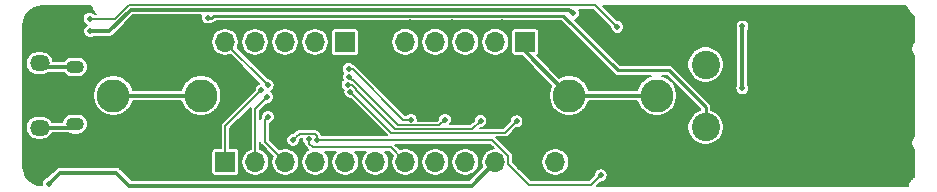
<source format=gbl>
G04 #@! TF.GenerationSoftware,KiCad,Pcbnew,(5.1.5-0-10_14)*
G04 #@! TF.CreationDate,2020-01-18T17:03:48-08:00*
G04 #@! TF.ProjectId,10440,31303434-302e-46b6-9963-61645f706362,rev?*
G04 #@! TF.SameCoordinates,Original*
G04 #@! TF.FileFunction,Copper,L2,Bot*
G04 #@! TF.FilePolarity,Positive*
%FSLAX46Y46*%
G04 Gerber Fmt 4.6, Leading zero omitted, Abs format (unit mm)*
G04 Created by KiCad (PCBNEW (5.1.5-0-10_14)) date 2020-01-18 17:03:48*
%MOMM*%
%LPD*%
G04 APERTURE LIST*
%ADD10C,2.800000*%
%ADD11C,2.400000*%
%ADD12O,1.700000X1.700000*%
%ADD13R,1.700000X1.700000*%
%ADD14O,1.500000X1.100000*%
%ADD15O,1.700000X1.350000*%
%ADD16C,0.508000*%
%ADD17C,0.152400*%
%ADD18C,0.310000*%
%ADD19C,0.254000*%
G04 APERTURE END LIST*
D10*
X104745000Y-99975000D03*
X112145000Y-99975000D03*
X66145000Y-99975000D03*
X73545000Y-99975000D03*
D11*
X116275000Y-102650000D03*
X116275000Y-97350000D03*
D12*
X90850000Y-95435000D03*
X93390000Y-95435000D03*
X95930000Y-95435000D03*
X98470000Y-95435000D03*
D13*
X101010000Y-95435000D03*
D12*
X75590000Y-95445000D03*
X78130000Y-95445000D03*
X80670000Y-95445000D03*
X83210000Y-95445000D03*
D13*
X85750000Y-95445000D03*
D12*
X103560000Y-105610000D03*
X101020000Y-105610000D03*
X98480000Y-105610000D03*
X95940000Y-105610000D03*
X93400000Y-105610000D03*
X90860000Y-105610000D03*
X88320000Y-105610000D03*
X85780000Y-105610000D03*
X83240000Y-105610000D03*
X80700000Y-105610000D03*
X78160000Y-105610000D03*
D13*
X75620000Y-105610000D03*
D14*
X62885000Y-97555000D03*
X62885000Y-102395000D03*
D15*
X59885000Y-97245000D03*
X59885000Y-102705000D03*
D16*
X81350000Y-103750000D03*
X83375000Y-103743964D03*
X107400000Y-106725000D03*
X78010000Y-98755000D03*
X79630000Y-102655000D03*
X87905710Y-102094290D03*
X69325000Y-96500000D03*
X84950000Y-102850000D03*
X131725000Y-97300000D03*
X99000131Y-93783410D03*
X94834130Y-93783410D03*
X91280763Y-93783410D03*
X119375000Y-99375000D03*
X119400000Y-94125000D03*
X74125000Y-93375000D03*
X60650000Y-107475000D03*
X64150000Y-94525000D03*
X105050000Y-93025000D03*
X82697610Y-103685177D03*
X79157610Y-100107610D03*
X78675000Y-99525000D03*
X79200000Y-99100000D03*
X79225000Y-101775000D03*
X64125000Y-93475000D03*
X108800000Y-94175000D03*
X100275000Y-102150000D03*
X86204765Y-99659750D03*
X97225000Y-102125000D03*
X85965062Y-99044375D03*
X94225000Y-102025000D03*
X86068040Y-98392041D03*
X91325000Y-102025000D03*
X86046073Y-97731995D03*
D17*
X81603999Y-103496001D02*
X81350000Y-103750000D01*
X83375000Y-103384754D02*
X83190246Y-103200000D01*
X83375000Y-103743964D02*
X83375000Y-103384754D01*
X81900000Y-103200000D02*
X81603999Y-103496001D01*
X83190246Y-103200000D02*
X81900000Y-103200000D01*
X99558601Y-105744931D02*
X101338670Y-107525000D01*
X99558601Y-105092271D02*
X99558601Y-105744931D01*
X98210294Y-103743964D02*
X99558601Y-105092271D01*
X83375000Y-103743964D02*
X98210294Y-103743964D01*
X106600000Y-107525000D02*
X107400000Y-106725000D01*
X101338670Y-107525000D02*
X106600000Y-107525000D01*
D18*
X66145000Y-99975000D02*
X73545000Y-99975000D01*
X60195000Y-97555000D02*
X59885000Y-97245000D01*
X62885000Y-97555000D02*
X60195000Y-97555000D01*
X62575000Y-102705000D02*
X62885000Y-102395000D01*
X59885000Y-102705000D02*
X62575000Y-102705000D01*
X104745000Y-99975000D02*
X112145000Y-99975000D01*
X101010000Y-96240000D02*
X101010000Y-95435000D01*
X104745000Y-99975000D02*
X101010000Y-96240000D01*
X119375000Y-94150000D02*
X119400000Y-94125000D01*
X119375000Y-99375000D02*
X119375000Y-94150000D01*
D19*
X74609210Y-93250000D02*
X104225000Y-93250000D01*
X74125000Y-93375000D02*
X74484210Y-93375000D01*
X74484210Y-93375000D02*
X74609210Y-93250000D01*
X104225000Y-93250000D02*
X108825000Y-97850000D01*
X116275000Y-100952944D02*
X116275000Y-102650000D01*
X113172056Y-97850000D02*
X116275000Y-100952944D01*
X108825000Y-97850000D02*
X113172056Y-97850000D01*
D18*
X61612016Y-106512984D02*
X66387984Y-106512984D01*
X60650000Y-107475000D02*
X61612016Y-106512984D01*
X66387984Y-106512984D02*
X67475000Y-107600000D01*
X96490000Y-107600000D02*
X98480000Y-105610000D01*
X67475000Y-107600000D02*
X96490000Y-107600000D01*
X64150000Y-94525000D02*
X65789739Y-94525000D01*
X65789739Y-94525000D02*
X67614740Y-92699999D01*
X104724999Y-92699999D02*
X105050000Y-93025000D01*
X67614740Y-92699999D02*
X104724999Y-92699999D01*
D17*
X82697610Y-104044387D02*
X82697610Y-103685177D01*
X83010824Y-104357601D02*
X82697610Y-104044387D01*
X89607601Y-104357601D02*
X83010824Y-104357601D01*
X90860000Y-105610000D02*
X89607601Y-104357601D01*
X78160000Y-101105220D02*
X78742399Y-100522821D01*
X78160000Y-105610000D02*
X78160000Y-101105220D01*
X78742399Y-100522821D02*
X79157610Y-100107610D01*
X75620000Y-105610000D02*
X75620000Y-102580000D01*
X75620000Y-102580000D02*
X78675000Y-99525000D01*
X75590000Y-95490000D02*
X75590000Y-95445000D01*
X79200000Y-99100000D02*
X75590000Y-95490000D01*
X79850001Y-104760001D02*
X80700000Y-105610000D01*
X78971001Y-103881001D02*
X79850001Y-104760001D01*
X78971001Y-102028999D02*
X78971001Y-103881001D01*
X79225000Y-101775000D02*
X78971001Y-102028999D01*
X67455843Y-92316389D02*
X106941389Y-92316389D01*
X66297232Y-93475000D02*
X67455843Y-92316389D01*
X64125000Y-93475000D02*
X66297232Y-93475000D01*
X106941389Y-92316389D02*
X108546001Y-93921001D01*
X108546001Y-93921001D02*
X108800000Y-94175000D01*
X89662239Y-103117224D02*
X86458764Y-99913749D01*
X100275000Y-102150000D02*
X99307776Y-103117224D01*
X99307776Y-103117224D02*
X89662239Y-103117224D01*
X86458764Y-99913749D02*
X86204765Y-99659750D01*
X90004093Y-102812413D02*
X86687367Y-99495687D01*
X86687367Y-99495687D02*
X86687367Y-99407470D01*
X96537587Y-102812413D02*
X90004093Y-102812413D01*
X97225000Y-102125000D02*
X96537587Y-102812413D01*
X86687367Y-99407470D02*
X86324272Y-99044375D01*
X86324272Y-99044375D02*
X85965062Y-99044375D01*
X90276535Y-102507602D02*
X86414973Y-98646040D01*
X94225000Y-102025000D02*
X93742398Y-102507602D01*
X86322039Y-98646040D02*
X86068040Y-98392041D01*
X86414973Y-98646040D02*
X86322039Y-98646040D01*
X93742398Y-102507602D02*
X90276535Y-102507602D01*
X86405283Y-97731995D02*
X86046073Y-97731995D01*
X91325000Y-102025000D02*
X90698288Y-102025000D01*
X90698288Y-102025000D02*
X86405283Y-97731995D01*
G36*
X64302718Y-92555856D02*
G01*
X64317181Y-92589602D01*
X64331180Y-92623566D01*
X64333871Y-92628542D01*
X64437295Y-92816670D01*
X64458035Y-92846960D01*
X64478367Y-92877563D01*
X64481974Y-92881922D01*
X64619969Y-93046378D01*
X64642661Y-93068600D01*
X64544784Y-93068600D01*
X64497406Y-93021222D01*
X64401723Y-92957288D01*
X64295405Y-92913250D01*
X64182539Y-92890800D01*
X64067461Y-92890800D01*
X63954595Y-92913250D01*
X63848277Y-92957288D01*
X63752594Y-93021222D01*
X63671222Y-93102594D01*
X63607288Y-93198277D01*
X63563250Y-93304595D01*
X63540800Y-93417461D01*
X63540800Y-93532539D01*
X63563250Y-93645405D01*
X63607288Y-93751723D01*
X63671222Y-93847406D01*
X63752594Y-93928778D01*
X63848277Y-93992712D01*
X63878372Y-94005178D01*
X63873277Y-94007288D01*
X63777594Y-94071222D01*
X63696222Y-94152594D01*
X63632288Y-94248277D01*
X63588250Y-94354595D01*
X63565800Y-94467461D01*
X63565800Y-94582539D01*
X63588250Y-94695405D01*
X63632288Y-94801723D01*
X63696222Y-94897406D01*
X63777594Y-94978778D01*
X63873277Y-95042712D01*
X63979595Y-95086750D01*
X64092461Y-95109200D01*
X64207539Y-95109200D01*
X64320405Y-95086750D01*
X64426723Y-95042712D01*
X64475380Y-95010200D01*
X65765909Y-95010200D01*
X65789739Y-95012547D01*
X65813569Y-95010200D01*
X65884855Y-95003179D01*
X65976315Y-94975435D01*
X66060606Y-94930381D01*
X66134487Y-94869748D01*
X66149686Y-94851228D01*
X67815716Y-93185199D01*
X73571284Y-93185199D01*
X73563250Y-93204595D01*
X73540800Y-93317461D01*
X73540800Y-93432539D01*
X73563250Y-93545405D01*
X73607288Y-93651723D01*
X73671222Y-93747406D01*
X73752594Y-93828778D01*
X73848277Y-93892712D01*
X73954595Y-93936750D01*
X74067461Y-93959200D01*
X74182539Y-93959200D01*
X74295405Y-93936750D01*
X74401723Y-93892712D01*
X74489800Y-93833860D01*
X74506660Y-93832200D01*
X74506670Y-93832200D01*
X74573837Y-93825585D01*
X74660019Y-93799441D01*
X74739446Y-93756987D01*
X74800111Y-93707200D01*
X104035623Y-93707200D01*
X108485829Y-98157407D01*
X108500147Y-98174853D01*
X108517592Y-98189170D01*
X108569763Y-98231987D01*
X108612217Y-98254678D01*
X108649191Y-98274441D01*
X108735373Y-98300585D01*
X108802540Y-98307200D01*
X108802549Y-98307200D01*
X108824999Y-98309411D01*
X108847449Y-98307200D01*
X111660881Y-98307200D01*
X111640319Y-98311290D01*
X111325443Y-98441716D01*
X111042062Y-98631066D01*
X110801066Y-98872062D01*
X110611716Y-99155443D01*
X110481290Y-99470319D01*
X110477415Y-99489800D01*
X106412585Y-99489800D01*
X106408710Y-99470319D01*
X106278284Y-99155443D01*
X106088934Y-98872062D01*
X105847938Y-98631066D01*
X105564557Y-98441716D01*
X105249681Y-98311290D01*
X104915410Y-98244800D01*
X104574590Y-98244800D01*
X104240319Y-98311290D01*
X103925443Y-98441716D01*
X103908927Y-98452752D01*
X102026557Y-96570382D01*
X102044337Y-96560879D01*
X102094616Y-96519616D01*
X102135879Y-96469337D01*
X102166540Y-96411973D01*
X102185422Y-96349730D01*
X102191797Y-96285000D01*
X102191797Y-94585000D01*
X102185422Y-94520270D01*
X102166540Y-94458027D01*
X102135879Y-94400663D01*
X102094616Y-94350384D01*
X102044337Y-94309121D01*
X101986973Y-94278460D01*
X101924730Y-94259578D01*
X101860000Y-94253203D01*
X100160000Y-94253203D01*
X100095270Y-94259578D01*
X100033027Y-94278460D01*
X99975663Y-94309121D01*
X99925384Y-94350384D01*
X99884121Y-94400663D01*
X99853460Y-94458027D01*
X99834578Y-94520270D01*
X99828203Y-94585000D01*
X99828203Y-96285000D01*
X99834578Y-96349730D01*
X99853460Y-96411973D01*
X99884121Y-96469337D01*
X99925384Y-96519616D01*
X99975663Y-96560879D01*
X100033027Y-96591540D01*
X100095270Y-96610422D01*
X100160000Y-96616797D01*
X100700622Y-96616797D01*
X103222752Y-99138927D01*
X103211716Y-99155443D01*
X103081290Y-99470319D01*
X103014800Y-99804590D01*
X103014800Y-100145410D01*
X103081290Y-100479681D01*
X103211716Y-100794557D01*
X103401066Y-101077938D01*
X103642062Y-101318934D01*
X103925443Y-101508284D01*
X104240319Y-101638710D01*
X104574590Y-101705200D01*
X104915410Y-101705200D01*
X105249681Y-101638710D01*
X105564557Y-101508284D01*
X105847938Y-101318934D01*
X106088934Y-101077938D01*
X106278284Y-100794557D01*
X106408710Y-100479681D01*
X106412585Y-100460200D01*
X110477415Y-100460200D01*
X110481290Y-100479681D01*
X110611716Y-100794557D01*
X110801066Y-101077938D01*
X111042062Y-101318934D01*
X111325443Y-101508284D01*
X111640319Y-101638710D01*
X111974590Y-101705200D01*
X112315410Y-101705200D01*
X112649681Y-101638710D01*
X112964557Y-101508284D01*
X113247938Y-101318934D01*
X113488934Y-101077938D01*
X113678284Y-100794557D01*
X113808710Y-100479681D01*
X113875200Y-100145410D01*
X113875200Y-99804590D01*
X113808710Y-99470319D01*
X113678284Y-99155443D01*
X113488934Y-98872062D01*
X113247938Y-98631066D01*
X112964557Y-98441716D01*
X112649681Y-98311290D01*
X112629119Y-98307200D01*
X112982679Y-98307200D01*
X115817800Y-101142322D01*
X115817800Y-101183102D01*
X115550178Y-101293954D01*
X115299554Y-101461416D01*
X115086416Y-101674554D01*
X114918954Y-101925178D01*
X114803605Y-102203657D01*
X114744800Y-102499288D01*
X114744800Y-102800712D01*
X114803605Y-103096343D01*
X114918954Y-103374822D01*
X115086416Y-103625446D01*
X115299554Y-103838584D01*
X115550178Y-104006046D01*
X115828657Y-104121395D01*
X116124288Y-104180200D01*
X116425712Y-104180200D01*
X116721343Y-104121395D01*
X116999822Y-104006046D01*
X117250446Y-103838584D01*
X117463584Y-103625446D01*
X117631046Y-103374822D01*
X117746395Y-103096343D01*
X117805200Y-102800712D01*
X117805200Y-102499288D01*
X117746395Y-102203657D01*
X117631046Y-101925178D01*
X117463584Y-101674554D01*
X117250446Y-101461416D01*
X116999822Y-101293954D01*
X116732200Y-101183102D01*
X116732200Y-100975393D01*
X116734411Y-100952943D01*
X116732200Y-100930493D01*
X116732200Y-100930484D01*
X116725585Y-100863317D01*
X116699441Y-100777135D01*
X116656988Y-100697709D01*
X116656987Y-100697707D01*
X116614170Y-100645536D01*
X116599853Y-100628091D01*
X116582409Y-100613775D01*
X115286095Y-99317461D01*
X118790800Y-99317461D01*
X118790800Y-99432539D01*
X118813250Y-99545405D01*
X118857288Y-99651723D01*
X118921222Y-99747406D01*
X119002594Y-99828778D01*
X119098277Y-99892712D01*
X119204595Y-99936750D01*
X119317461Y-99959200D01*
X119432539Y-99959200D01*
X119545405Y-99936750D01*
X119651723Y-99892712D01*
X119747406Y-99828778D01*
X119828778Y-99747406D01*
X119892712Y-99651723D01*
X119936750Y-99545405D01*
X119959200Y-99432539D01*
X119959200Y-99317461D01*
X119936750Y-99204595D01*
X119892712Y-99098277D01*
X119860200Y-99049620D01*
X119860200Y-94487795D01*
X119917712Y-94401723D01*
X119961750Y-94295405D01*
X119984200Y-94182539D01*
X119984200Y-94067461D01*
X119961750Y-93954595D01*
X119917712Y-93848277D01*
X119853778Y-93752594D01*
X119772406Y-93671222D01*
X119676723Y-93607288D01*
X119570405Y-93563250D01*
X119457539Y-93540800D01*
X119342461Y-93540800D01*
X119229595Y-93563250D01*
X119123277Y-93607288D01*
X119027594Y-93671222D01*
X118946222Y-93752594D01*
X118882288Y-93848277D01*
X118838250Y-93954595D01*
X118815800Y-94067461D01*
X118815800Y-94182539D01*
X118838250Y-94295405D01*
X118882288Y-94401723D01*
X118889801Y-94412967D01*
X118889800Y-99049620D01*
X118857288Y-99098277D01*
X118813250Y-99204595D01*
X118790800Y-99317461D01*
X115286095Y-99317461D01*
X113511230Y-97542597D01*
X113496909Y-97525147D01*
X113427292Y-97468013D01*
X113347865Y-97425559D01*
X113261683Y-97399415D01*
X113194516Y-97392800D01*
X113194506Y-97392800D01*
X113172056Y-97390589D01*
X113149606Y-97392800D01*
X109014378Y-97392800D01*
X108820866Y-97199288D01*
X114744800Y-97199288D01*
X114744800Y-97500712D01*
X114803605Y-97796343D01*
X114918954Y-98074822D01*
X115086416Y-98325446D01*
X115299554Y-98538584D01*
X115550178Y-98706046D01*
X115828657Y-98821395D01*
X116124288Y-98880200D01*
X116425712Y-98880200D01*
X116721343Y-98821395D01*
X116999822Y-98706046D01*
X117250446Y-98538584D01*
X117463584Y-98325446D01*
X117631046Y-98074822D01*
X117746395Y-97796343D01*
X117805200Y-97500712D01*
X117805200Y-97199288D01*
X117746395Y-96903657D01*
X117631046Y-96625178D01*
X117463584Y-96374554D01*
X117250446Y-96161416D01*
X116999822Y-95993954D01*
X116721343Y-95878605D01*
X116425712Y-95819800D01*
X116124288Y-95819800D01*
X115828657Y-95878605D01*
X115550178Y-95993954D01*
X115299554Y-96161416D01*
X115086416Y-96374554D01*
X114918954Y-96625178D01*
X114803605Y-96903657D01*
X114744800Y-97199288D01*
X108820866Y-97199288D01*
X105210331Y-93588754D01*
X105220405Y-93586750D01*
X105326723Y-93542712D01*
X105422406Y-93478778D01*
X105503778Y-93397406D01*
X105567712Y-93301723D01*
X105611750Y-93195405D01*
X105634200Y-93082539D01*
X105634200Y-92967461D01*
X105611750Y-92854595D01*
X105567712Y-92748277D01*
X105550681Y-92722789D01*
X106773053Y-92722789D01*
X108215800Y-94165537D01*
X108215800Y-94232539D01*
X108238250Y-94345405D01*
X108282288Y-94451723D01*
X108346222Y-94547406D01*
X108427594Y-94628778D01*
X108523277Y-94692712D01*
X108629595Y-94736750D01*
X108742461Y-94759200D01*
X108857539Y-94759200D01*
X108970405Y-94736750D01*
X109076723Y-94692712D01*
X109172406Y-94628778D01*
X109253778Y-94547406D01*
X109317712Y-94451723D01*
X109361750Y-94345405D01*
X109384200Y-94232539D01*
X109384200Y-94117461D01*
X109361750Y-94004595D01*
X109317712Y-93898277D01*
X109253778Y-93802594D01*
X109172406Y-93721222D01*
X109076723Y-93657288D01*
X108970405Y-93613250D01*
X108857539Y-93590800D01*
X108790537Y-93590800D01*
X107604936Y-92405200D01*
X133279927Y-92405200D01*
X133327718Y-92555856D01*
X133342181Y-92589602D01*
X133356180Y-92623566D01*
X133358871Y-92628542D01*
X133462295Y-92816670D01*
X133483035Y-92846960D01*
X133503367Y-92877563D01*
X133506974Y-92881922D01*
X133644969Y-93046378D01*
X133671236Y-93072100D01*
X133697086Y-93098132D01*
X133701464Y-93101702D01*
X133701470Y-93101708D01*
X133701477Y-93101712D01*
X133868779Y-93236228D01*
X133899517Y-93256342D01*
X133929959Y-93276876D01*
X133934954Y-93279531D01*
X133948800Y-93286769D01*
X133948800Y-95374070D01*
X133909811Y-95413059D01*
X133809046Y-95563864D01*
X133739639Y-95731429D01*
X133704255Y-95909315D01*
X133704255Y-96090685D01*
X133739639Y-96268571D01*
X133809046Y-96436136D01*
X133909811Y-96586941D01*
X133948800Y-96625930D01*
X133948800Y-103374070D01*
X133909811Y-103413059D01*
X133809046Y-103563864D01*
X133739639Y-103731429D01*
X133704255Y-103909315D01*
X133704255Y-104090685D01*
X133739639Y-104268571D01*
X133809046Y-104436136D01*
X133909811Y-104586941D01*
X133948800Y-104625930D01*
X133948800Y-106830909D01*
X133942637Y-106835066D01*
X133911906Y-106855175D01*
X133907522Y-106858751D01*
X133757144Y-106983155D01*
X133731297Y-107009183D01*
X133705027Y-107034908D01*
X133701422Y-107039268D01*
X133578072Y-107190510D01*
X133557769Y-107221068D01*
X133536999Y-107251402D01*
X133534309Y-107256378D01*
X133442683Y-107428700D01*
X133428678Y-107462680D01*
X133414221Y-107496410D01*
X133412548Y-107501814D01*
X133384474Y-107594800D01*
X107104936Y-107594800D01*
X107390537Y-107309200D01*
X107457539Y-107309200D01*
X107570405Y-107286750D01*
X107676723Y-107242712D01*
X107772406Y-107178778D01*
X107853778Y-107097406D01*
X107917712Y-107001723D01*
X107961750Y-106895405D01*
X107984200Y-106782539D01*
X107984200Y-106667461D01*
X107961750Y-106554595D01*
X107917712Y-106448277D01*
X107853778Y-106352594D01*
X107772406Y-106271222D01*
X107676723Y-106207288D01*
X107570405Y-106163250D01*
X107457539Y-106140800D01*
X107342461Y-106140800D01*
X107229595Y-106163250D01*
X107123277Y-106207288D01*
X107027594Y-106271222D01*
X106946222Y-106352594D01*
X106882288Y-106448277D01*
X106838250Y-106554595D01*
X106815800Y-106667461D01*
X106815800Y-106734463D01*
X106431664Y-107118600D01*
X101507007Y-107118600D01*
X99965001Y-105576595D01*
X99965001Y-105493760D01*
X102379800Y-105493760D01*
X102379800Y-105726240D01*
X102425155Y-105954252D01*
X102514121Y-106169034D01*
X102643279Y-106362333D01*
X102807667Y-106526721D01*
X103000966Y-106655879D01*
X103215748Y-106744845D01*
X103443760Y-106790200D01*
X103676240Y-106790200D01*
X103904252Y-106744845D01*
X104119034Y-106655879D01*
X104312333Y-106526721D01*
X104476721Y-106362333D01*
X104605879Y-106169034D01*
X104694845Y-105954252D01*
X104740200Y-105726240D01*
X104740200Y-105493760D01*
X104694845Y-105265748D01*
X104605879Y-105050966D01*
X104476721Y-104857667D01*
X104312333Y-104693279D01*
X104119034Y-104564121D01*
X103904252Y-104475155D01*
X103676240Y-104429800D01*
X103443760Y-104429800D01*
X103215748Y-104475155D01*
X103000966Y-104564121D01*
X102807667Y-104693279D01*
X102643279Y-104857667D01*
X102514121Y-105050966D01*
X102425155Y-105265748D01*
X102379800Y-105493760D01*
X99965001Y-105493760D01*
X99965001Y-105112223D01*
X99966966Y-105092270D01*
X99965001Y-105072317D01*
X99965001Y-105072311D01*
X99959120Y-105012603D01*
X99935882Y-104935996D01*
X99898145Y-104865395D01*
X99877032Y-104839669D01*
X99860083Y-104819016D01*
X99860078Y-104819011D01*
X99847359Y-104803513D01*
X99831862Y-104790795D01*
X98564690Y-103523624D01*
X99287823Y-103523624D01*
X99307776Y-103525589D01*
X99327729Y-103523624D01*
X99327736Y-103523624D01*
X99387444Y-103517743D01*
X99464051Y-103494505D01*
X99534652Y-103456768D01*
X99596534Y-103405982D01*
X99609258Y-103390478D01*
X100265536Y-102734200D01*
X100332539Y-102734200D01*
X100445405Y-102711750D01*
X100551723Y-102667712D01*
X100647406Y-102603778D01*
X100728778Y-102522406D01*
X100792712Y-102426723D01*
X100836750Y-102320405D01*
X100859200Y-102207539D01*
X100859200Y-102092461D01*
X100836750Y-101979595D01*
X100792712Y-101873277D01*
X100728778Y-101777594D01*
X100647406Y-101696222D01*
X100551723Y-101632288D01*
X100445405Y-101588250D01*
X100332539Y-101565800D01*
X100217461Y-101565800D01*
X100104595Y-101588250D01*
X99998277Y-101632288D01*
X99902594Y-101696222D01*
X99821222Y-101777594D01*
X99757288Y-101873277D01*
X99713250Y-101979595D01*
X99690800Y-102092461D01*
X99690800Y-102159464D01*
X99139440Y-102710824D01*
X97213913Y-102710824D01*
X97215537Y-102709200D01*
X97282539Y-102709200D01*
X97395405Y-102686750D01*
X97501723Y-102642712D01*
X97597406Y-102578778D01*
X97678778Y-102497406D01*
X97742712Y-102401723D01*
X97786750Y-102295405D01*
X97809200Y-102182539D01*
X97809200Y-102067461D01*
X97786750Y-101954595D01*
X97742712Y-101848277D01*
X97678778Y-101752594D01*
X97597406Y-101671222D01*
X97501723Y-101607288D01*
X97395405Y-101563250D01*
X97282539Y-101540800D01*
X97167461Y-101540800D01*
X97054595Y-101563250D01*
X96948277Y-101607288D01*
X96852594Y-101671222D01*
X96771222Y-101752594D01*
X96707288Y-101848277D01*
X96663250Y-101954595D01*
X96640800Y-102067461D01*
X96640800Y-102134463D01*
X96369251Y-102406013D01*
X94670171Y-102406013D01*
X94678778Y-102397406D01*
X94742712Y-102301723D01*
X94786750Y-102195405D01*
X94809200Y-102082539D01*
X94809200Y-101967461D01*
X94786750Y-101854595D01*
X94742712Y-101748277D01*
X94678778Y-101652594D01*
X94597406Y-101571222D01*
X94501723Y-101507288D01*
X94395405Y-101463250D01*
X94282539Y-101440800D01*
X94167461Y-101440800D01*
X94054595Y-101463250D01*
X93948277Y-101507288D01*
X93852594Y-101571222D01*
X93771222Y-101652594D01*
X93707288Y-101748277D01*
X93663250Y-101854595D01*
X93640800Y-101967461D01*
X93640800Y-102034464D01*
X93574062Y-102101202D01*
X91905488Y-102101202D01*
X91909200Y-102082539D01*
X91909200Y-101967461D01*
X91886750Y-101854595D01*
X91842712Y-101748277D01*
X91778778Y-101652594D01*
X91697406Y-101571222D01*
X91601723Y-101507288D01*
X91495405Y-101463250D01*
X91382539Y-101440800D01*
X91267461Y-101440800D01*
X91154595Y-101463250D01*
X91048277Y-101507288D01*
X90952594Y-101571222D01*
X90905216Y-101618600D01*
X90866625Y-101618600D01*
X86706765Y-97458741D01*
X86694041Y-97443237D01*
X86632159Y-97392451D01*
X86561558Y-97354714D01*
X86484951Y-97331476D01*
X86470294Y-97330032D01*
X86418479Y-97278217D01*
X86322796Y-97214283D01*
X86216478Y-97170245D01*
X86103612Y-97147795D01*
X85988534Y-97147795D01*
X85875668Y-97170245D01*
X85769350Y-97214283D01*
X85673667Y-97278217D01*
X85592295Y-97359589D01*
X85528361Y-97455272D01*
X85484323Y-97561590D01*
X85461873Y-97674456D01*
X85461873Y-97789534D01*
X85484323Y-97902400D01*
X85528361Y-98008718D01*
X85574959Y-98078456D01*
X85550328Y-98115318D01*
X85506290Y-98221636D01*
X85483840Y-98334502D01*
X85483840Y-98449580D01*
X85506290Y-98562446D01*
X85539831Y-98643422D01*
X85511284Y-98671969D01*
X85447350Y-98767652D01*
X85403312Y-98873970D01*
X85380862Y-98986836D01*
X85380862Y-99101914D01*
X85403312Y-99214780D01*
X85447350Y-99321098D01*
X85511284Y-99416781D01*
X85592656Y-99498153D01*
X85635561Y-99526821D01*
X85620565Y-99602211D01*
X85620565Y-99717289D01*
X85643015Y-99830155D01*
X85687053Y-99936473D01*
X85750987Y-100032156D01*
X85832359Y-100113528D01*
X85928042Y-100177462D01*
X86034360Y-100221500D01*
X86147226Y-100243950D01*
X86214229Y-100243950D01*
X89307842Y-103337564D01*
X83794784Y-103337564D01*
X83776963Y-103319743D01*
X83775519Y-103305086D01*
X83769323Y-103284658D01*
X83752281Y-103228479D01*
X83740930Y-103207243D01*
X83714544Y-103157878D01*
X83663758Y-103095996D01*
X83648254Y-103083272D01*
X83491728Y-102926746D01*
X83479004Y-102911242D01*
X83417122Y-102860456D01*
X83346521Y-102822719D01*
X83269914Y-102799481D01*
X83210206Y-102793600D01*
X83210199Y-102793600D01*
X83190246Y-102791635D01*
X83170293Y-102793600D01*
X81919953Y-102793600D01*
X81900000Y-102791635D01*
X81880047Y-102793600D01*
X81880040Y-102793600D01*
X81827604Y-102798765D01*
X81820331Y-102799481D01*
X81788674Y-102809084D01*
X81743725Y-102822719D01*
X81673124Y-102860456D01*
X81647746Y-102881283D01*
X81626745Y-102898518D01*
X81626740Y-102898523D01*
X81611242Y-102911242D01*
X81598522Y-102926741D01*
X81359464Y-103165800D01*
X81292461Y-103165800D01*
X81179595Y-103188250D01*
X81073277Y-103232288D01*
X80977594Y-103296222D01*
X80896222Y-103377594D01*
X80832288Y-103473277D01*
X80788250Y-103579595D01*
X80765800Y-103692461D01*
X80765800Y-103807539D01*
X80788250Y-103920405D01*
X80832288Y-104026723D01*
X80896222Y-104122406D01*
X80977594Y-104203778D01*
X81073277Y-104267712D01*
X81179595Y-104311750D01*
X81292461Y-104334200D01*
X81407539Y-104334200D01*
X81520405Y-104311750D01*
X81626723Y-104267712D01*
X81722406Y-104203778D01*
X81803778Y-104122406D01*
X81867712Y-104026723D01*
X81911750Y-103920405D01*
X81934200Y-103807539D01*
X81934200Y-103740536D01*
X82068337Y-103606400D01*
X82117634Y-103606400D01*
X82113410Y-103627638D01*
X82113410Y-103742716D01*
X82135860Y-103855582D01*
X82179898Y-103961900D01*
X82243832Y-104057583D01*
X82295648Y-104109399D01*
X82297091Y-104124055D01*
X82299115Y-104130726D01*
X82320329Y-104200661D01*
X82358066Y-104271262D01*
X82408852Y-104333145D01*
X82424356Y-104345869D01*
X82657972Y-104579485D01*
X82487667Y-104693279D01*
X82323279Y-104857667D01*
X82194121Y-105050966D01*
X82105155Y-105265748D01*
X82059800Y-105493760D01*
X82059800Y-105726240D01*
X82105155Y-105954252D01*
X82194121Y-106169034D01*
X82323279Y-106362333D01*
X82487667Y-106526721D01*
X82680966Y-106655879D01*
X82895748Y-106744845D01*
X83123760Y-106790200D01*
X83356240Y-106790200D01*
X83584252Y-106744845D01*
X83799034Y-106655879D01*
X83992333Y-106526721D01*
X84156721Y-106362333D01*
X84285879Y-106169034D01*
X84374845Y-105954252D01*
X84420200Y-105726240D01*
X84420200Y-105493760D01*
X84374845Y-105265748D01*
X84285879Y-105050966D01*
X84156721Y-104857667D01*
X84063055Y-104764001D01*
X84956945Y-104764001D01*
X84863279Y-104857667D01*
X84734121Y-105050966D01*
X84645155Y-105265748D01*
X84599800Y-105493760D01*
X84599800Y-105726240D01*
X84645155Y-105954252D01*
X84734121Y-106169034D01*
X84863279Y-106362333D01*
X85027667Y-106526721D01*
X85220966Y-106655879D01*
X85435748Y-106744845D01*
X85663760Y-106790200D01*
X85896240Y-106790200D01*
X86124252Y-106744845D01*
X86339034Y-106655879D01*
X86532333Y-106526721D01*
X86696721Y-106362333D01*
X86825879Y-106169034D01*
X86914845Y-105954252D01*
X86960200Y-105726240D01*
X86960200Y-105493760D01*
X86914845Y-105265748D01*
X86825879Y-105050966D01*
X86696721Y-104857667D01*
X86603055Y-104764001D01*
X87496945Y-104764001D01*
X87403279Y-104857667D01*
X87274121Y-105050966D01*
X87185155Y-105265748D01*
X87139800Y-105493760D01*
X87139800Y-105726240D01*
X87185155Y-105954252D01*
X87274121Y-106169034D01*
X87403279Y-106362333D01*
X87567667Y-106526721D01*
X87760966Y-106655879D01*
X87975748Y-106744845D01*
X88203760Y-106790200D01*
X88436240Y-106790200D01*
X88664252Y-106744845D01*
X88879034Y-106655879D01*
X89072333Y-106526721D01*
X89236721Y-106362333D01*
X89365879Y-106169034D01*
X89454845Y-105954252D01*
X89500200Y-105726240D01*
X89500200Y-105493760D01*
X89454845Y-105265748D01*
X89365879Y-105050966D01*
X89236721Y-104857667D01*
X89143055Y-104764001D01*
X89439265Y-104764001D01*
X89788378Y-105113115D01*
X89725155Y-105265748D01*
X89679800Y-105493760D01*
X89679800Y-105726240D01*
X89725155Y-105954252D01*
X89814121Y-106169034D01*
X89943279Y-106362333D01*
X90107667Y-106526721D01*
X90300966Y-106655879D01*
X90515748Y-106744845D01*
X90743760Y-106790200D01*
X90976240Y-106790200D01*
X91204252Y-106744845D01*
X91419034Y-106655879D01*
X91612333Y-106526721D01*
X91776721Y-106362333D01*
X91905879Y-106169034D01*
X91994845Y-105954252D01*
X92040200Y-105726240D01*
X92040200Y-105493760D01*
X92219800Y-105493760D01*
X92219800Y-105726240D01*
X92265155Y-105954252D01*
X92354121Y-106169034D01*
X92483279Y-106362333D01*
X92647667Y-106526721D01*
X92840966Y-106655879D01*
X93055748Y-106744845D01*
X93283760Y-106790200D01*
X93516240Y-106790200D01*
X93744252Y-106744845D01*
X93959034Y-106655879D01*
X94152333Y-106526721D01*
X94316721Y-106362333D01*
X94445879Y-106169034D01*
X94534845Y-105954252D01*
X94580200Y-105726240D01*
X94580200Y-105493760D01*
X94759800Y-105493760D01*
X94759800Y-105726240D01*
X94805155Y-105954252D01*
X94894121Y-106169034D01*
X95023279Y-106362333D01*
X95187667Y-106526721D01*
X95380966Y-106655879D01*
X95595748Y-106744845D01*
X95823760Y-106790200D01*
X96056240Y-106790200D01*
X96284252Y-106744845D01*
X96499034Y-106655879D01*
X96692333Y-106526721D01*
X96856721Y-106362333D01*
X96985879Y-106169034D01*
X97074845Y-105954252D01*
X97120200Y-105726240D01*
X97120200Y-105493760D01*
X97074845Y-105265748D01*
X96985879Y-105050966D01*
X96856721Y-104857667D01*
X96692333Y-104693279D01*
X96499034Y-104564121D01*
X96284252Y-104475155D01*
X96056240Y-104429800D01*
X95823760Y-104429800D01*
X95595748Y-104475155D01*
X95380966Y-104564121D01*
X95187667Y-104693279D01*
X95023279Y-104857667D01*
X94894121Y-105050966D01*
X94805155Y-105265748D01*
X94759800Y-105493760D01*
X94580200Y-105493760D01*
X94534845Y-105265748D01*
X94445879Y-105050966D01*
X94316721Y-104857667D01*
X94152333Y-104693279D01*
X93959034Y-104564121D01*
X93744252Y-104475155D01*
X93516240Y-104429800D01*
X93283760Y-104429800D01*
X93055748Y-104475155D01*
X92840966Y-104564121D01*
X92647667Y-104693279D01*
X92483279Y-104857667D01*
X92354121Y-105050966D01*
X92265155Y-105265748D01*
X92219800Y-105493760D01*
X92040200Y-105493760D01*
X91994845Y-105265748D01*
X91905879Y-105050966D01*
X91776721Y-104857667D01*
X91612333Y-104693279D01*
X91419034Y-104564121D01*
X91204252Y-104475155D01*
X90976240Y-104429800D01*
X90743760Y-104429800D01*
X90515748Y-104475155D01*
X90363115Y-104538378D01*
X89975100Y-104150364D01*
X98041958Y-104150364D01*
X98328423Y-104436829D01*
X98135748Y-104475155D01*
X97920966Y-104564121D01*
X97727667Y-104693279D01*
X97563279Y-104857667D01*
X97434121Y-105050966D01*
X97345155Y-105265748D01*
X97299800Y-105493760D01*
X97299800Y-105726240D01*
X97345155Y-105954252D01*
X97375738Y-106028086D01*
X96289025Y-107114800D01*
X67675976Y-107114800D01*
X66747931Y-106186756D01*
X66732732Y-106168236D01*
X66658851Y-106107603D01*
X66574560Y-106062549D01*
X66483100Y-106034805D01*
X66411814Y-106027784D01*
X66387984Y-106025437D01*
X66364154Y-106027784D01*
X61635845Y-106027784D01*
X61612015Y-106025437D01*
X61528231Y-106033689D01*
X61516900Y-106034805D01*
X61425440Y-106062549D01*
X61341149Y-106107603D01*
X61267268Y-106168236D01*
X61252073Y-106186751D01*
X60536991Y-106901833D01*
X60479595Y-106913250D01*
X60373277Y-106957288D01*
X60277594Y-107021222D01*
X60196222Y-107102594D01*
X60132288Y-107198277D01*
X60088250Y-107304595D01*
X60065800Y-107417461D01*
X60065800Y-107532539D01*
X60077356Y-107590637D01*
X59790612Y-107562521D01*
X59493008Y-107472669D01*
X59218529Y-107326725D01*
X58977620Y-107130245D01*
X58779462Y-106890714D01*
X58631604Y-106617256D01*
X58539677Y-106320286D01*
X58505200Y-105992263D01*
X58505200Y-102705000D01*
X58699937Y-102705000D01*
X58719345Y-102902054D01*
X58776823Y-103091534D01*
X58870163Y-103266161D01*
X58995778Y-103419222D01*
X59148839Y-103544837D01*
X59323466Y-103638177D01*
X59512946Y-103695655D01*
X59660625Y-103710200D01*
X60109375Y-103710200D01*
X60257054Y-103695655D01*
X60446534Y-103638177D01*
X60621161Y-103544837D01*
X60774222Y-103419222D01*
X60899837Y-103266161D01*
X60940439Y-103190200D01*
X62305499Y-103190200D01*
X62346533Y-103212133D01*
X62512451Y-103262463D01*
X62641769Y-103275200D01*
X63128231Y-103275200D01*
X63257549Y-103262463D01*
X63423467Y-103212133D01*
X63576379Y-103130400D01*
X63710406Y-103020406D01*
X63820400Y-102886379D01*
X63902133Y-102733467D01*
X63952463Y-102567549D01*
X63969458Y-102395000D01*
X63952463Y-102222451D01*
X63902133Y-102056533D01*
X63820400Y-101903621D01*
X63710406Y-101769594D01*
X63576379Y-101659600D01*
X63423467Y-101577867D01*
X63257549Y-101527537D01*
X63128231Y-101514800D01*
X62641769Y-101514800D01*
X62512451Y-101527537D01*
X62346533Y-101577867D01*
X62193621Y-101659600D01*
X62059594Y-101769594D01*
X61949600Y-101903621D01*
X61867867Y-102056533D01*
X61818341Y-102219800D01*
X60940439Y-102219800D01*
X60899837Y-102143839D01*
X60774222Y-101990778D01*
X60621161Y-101865163D01*
X60446534Y-101771823D01*
X60257054Y-101714345D01*
X60109375Y-101699800D01*
X59660625Y-101699800D01*
X59512946Y-101714345D01*
X59323466Y-101771823D01*
X59148839Y-101865163D01*
X58995778Y-101990778D01*
X58870163Y-102143839D01*
X58776823Y-102318466D01*
X58719345Y-102507946D01*
X58699937Y-102705000D01*
X58505200Y-102705000D01*
X58505200Y-99804590D01*
X64414800Y-99804590D01*
X64414800Y-100145410D01*
X64481290Y-100479681D01*
X64611716Y-100794557D01*
X64801066Y-101077938D01*
X65042062Y-101318934D01*
X65325443Y-101508284D01*
X65640319Y-101638710D01*
X65974590Y-101705200D01*
X66315410Y-101705200D01*
X66649681Y-101638710D01*
X66964557Y-101508284D01*
X67247938Y-101318934D01*
X67488934Y-101077938D01*
X67678284Y-100794557D01*
X67808710Y-100479681D01*
X67812585Y-100460200D01*
X71877415Y-100460200D01*
X71881290Y-100479681D01*
X72011716Y-100794557D01*
X72201066Y-101077938D01*
X72442062Y-101318934D01*
X72725443Y-101508284D01*
X73040319Y-101638710D01*
X73374590Y-101705200D01*
X73715410Y-101705200D01*
X74049681Y-101638710D01*
X74364557Y-101508284D01*
X74647938Y-101318934D01*
X74888934Y-101077938D01*
X75078284Y-100794557D01*
X75208710Y-100479681D01*
X75275200Y-100145410D01*
X75275200Y-99804590D01*
X75208710Y-99470319D01*
X75078284Y-99155443D01*
X74888934Y-98872062D01*
X74647938Y-98631066D01*
X74364557Y-98441716D01*
X74049681Y-98311290D01*
X73715410Y-98244800D01*
X73374590Y-98244800D01*
X73040319Y-98311290D01*
X72725443Y-98441716D01*
X72442062Y-98631066D01*
X72201066Y-98872062D01*
X72011716Y-99155443D01*
X71881290Y-99470319D01*
X71877415Y-99489800D01*
X67812585Y-99489800D01*
X67808710Y-99470319D01*
X67678284Y-99155443D01*
X67488934Y-98872062D01*
X67247938Y-98631066D01*
X66964557Y-98441716D01*
X66649681Y-98311290D01*
X66315410Y-98244800D01*
X65974590Y-98244800D01*
X65640319Y-98311290D01*
X65325443Y-98441716D01*
X65042062Y-98631066D01*
X64801066Y-98872062D01*
X64611716Y-99155443D01*
X64481290Y-99470319D01*
X64414800Y-99804590D01*
X58505200Y-99804590D01*
X58505200Y-97245000D01*
X58699937Y-97245000D01*
X58719345Y-97442054D01*
X58776823Y-97631534D01*
X58870163Y-97806161D01*
X58995778Y-97959222D01*
X59148839Y-98084837D01*
X59323466Y-98178177D01*
X59512946Y-98235655D01*
X59660625Y-98250200D01*
X60109375Y-98250200D01*
X60257054Y-98235655D01*
X60446534Y-98178177D01*
X60621161Y-98084837D01*
X60675551Y-98040200D01*
X61946297Y-98040200D01*
X61949600Y-98046379D01*
X62059594Y-98180406D01*
X62193621Y-98290400D01*
X62346533Y-98372133D01*
X62512451Y-98422463D01*
X62641769Y-98435200D01*
X63128231Y-98435200D01*
X63257549Y-98422463D01*
X63423467Y-98372133D01*
X63576379Y-98290400D01*
X63710406Y-98180406D01*
X63820400Y-98046379D01*
X63902133Y-97893467D01*
X63952463Y-97727549D01*
X63969458Y-97555000D01*
X63952463Y-97382451D01*
X63902133Y-97216533D01*
X63820400Y-97063621D01*
X63710406Y-96929594D01*
X63576379Y-96819600D01*
X63423467Y-96737867D01*
X63257549Y-96687537D01*
X63128231Y-96674800D01*
X62641769Y-96674800D01*
X62512451Y-96687537D01*
X62346533Y-96737867D01*
X62193621Y-96819600D01*
X62059594Y-96929594D01*
X61949600Y-97063621D01*
X61946297Y-97069800D01*
X61052807Y-97069800D01*
X61050655Y-97047946D01*
X60993177Y-96858466D01*
X60899837Y-96683839D01*
X60774222Y-96530778D01*
X60621161Y-96405163D01*
X60446534Y-96311823D01*
X60257054Y-96254345D01*
X60109375Y-96239800D01*
X59660625Y-96239800D01*
X59512946Y-96254345D01*
X59323466Y-96311823D01*
X59148839Y-96405163D01*
X58995778Y-96530778D01*
X58870163Y-96683839D01*
X58776823Y-96858466D01*
X58719345Y-97047946D01*
X58699937Y-97245000D01*
X58505200Y-97245000D01*
X58505200Y-95328760D01*
X74409800Y-95328760D01*
X74409800Y-95561240D01*
X74455155Y-95789252D01*
X74544121Y-96004034D01*
X74673279Y-96197333D01*
X74837667Y-96361721D01*
X75030966Y-96490879D01*
X75245748Y-96579845D01*
X75473760Y-96625200D01*
X75706240Y-96625200D01*
X75934252Y-96579845D01*
X76055066Y-96529802D01*
X78493223Y-98967960D01*
X78398277Y-99007288D01*
X78302594Y-99071222D01*
X78221222Y-99152594D01*
X78157288Y-99248277D01*
X78113250Y-99354595D01*
X78090800Y-99467461D01*
X78090800Y-99534464D01*
X75346741Y-102278523D01*
X75331243Y-102291242D01*
X75318524Y-102306740D01*
X75318518Y-102306746D01*
X75307309Y-102320405D01*
X75280457Y-102353124D01*
X75274353Y-102364544D01*
X75242719Y-102423726D01*
X75219481Y-102500332D01*
X75211635Y-102580000D01*
X75213601Y-102599963D01*
X75213600Y-104428203D01*
X74770000Y-104428203D01*
X74705270Y-104434578D01*
X74643027Y-104453460D01*
X74585663Y-104484121D01*
X74535384Y-104525384D01*
X74494121Y-104575663D01*
X74463460Y-104633027D01*
X74444578Y-104695270D01*
X74438203Y-104760000D01*
X74438203Y-106460000D01*
X74444578Y-106524730D01*
X74463460Y-106586973D01*
X74494121Y-106644337D01*
X74535384Y-106694616D01*
X74585663Y-106735879D01*
X74643027Y-106766540D01*
X74705270Y-106785422D01*
X74770000Y-106791797D01*
X76470000Y-106791797D01*
X76534730Y-106785422D01*
X76596973Y-106766540D01*
X76654337Y-106735879D01*
X76704616Y-106694616D01*
X76745879Y-106644337D01*
X76776540Y-106586973D01*
X76795422Y-106524730D01*
X76801797Y-106460000D01*
X76801797Y-104760000D01*
X76795422Y-104695270D01*
X76776540Y-104633027D01*
X76745879Y-104575663D01*
X76704616Y-104525384D01*
X76654337Y-104484121D01*
X76596973Y-104453460D01*
X76534730Y-104434578D01*
X76470000Y-104428203D01*
X76026400Y-104428203D01*
X76026400Y-102748336D01*
X77763965Y-101010771D01*
X77759481Y-101025552D01*
X77751635Y-101105220D01*
X77753601Y-101125183D01*
X77753600Y-104500898D01*
X77600966Y-104564121D01*
X77407667Y-104693279D01*
X77243279Y-104857667D01*
X77114121Y-105050966D01*
X77025155Y-105265748D01*
X76979800Y-105493760D01*
X76979800Y-105726240D01*
X77025155Y-105954252D01*
X77114121Y-106169034D01*
X77243279Y-106362333D01*
X77407667Y-106526721D01*
X77600966Y-106655879D01*
X77815748Y-106744845D01*
X78043760Y-106790200D01*
X78276240Y-106790200D01*
X78504252Y-106744845D01*
X78719034Y-106655879D01*
X78912333Y-106526721D01*
X79076721Y-106362333D01*
X79205879Y-106169034D01*
X79294845Y-105954252D01*
X79340200Y-105726240D01*
X79340200Y-105493760D01*
X79294845Y-105265748D01*
X79205879Y-105050966D01*
X79076721Y-104857667D01*
X78912333Y-104693279D01*
X78719034Y-104564121D01*
X78566400Y-104500898D01*
X78566400Y-103919221D01*
X78570482Y-103960669D01*
X78593720Y-104037275D01*
X78601314Y-104051482D01*
X78631458Y-104107877D01*
X78644735Y-104124055D01*
X78669519Y-104154255D01*
X78669525Y-104154261D01*
X78682244Y-104169759D01*
X78697742Y-104182478D01*
X79576746Y-105061483D01*
X79576752Y-105061488D01*
X79628378Y-105113114D01*
X79565155Y-105265748D01*
X79519800Y-105493760D01*
X79519800Y-105726240D01*
X79565155Y-105954252D01*
X79654121Y-106169034D01*
X79783279Y-106362333D01*
X79947667Y-106526721D01*
X80140966Y-106655879D01*
X80355748Y-106744845D01*
X80583760Y-106790200D01*
X80816240Y-106790200D01*
X81044252Y-106744845D01*
X81259034Y-106655879D01*
X81452333Y-106526721D01*
X81616721Y-106362333D01*
X81745879Y-106169034D01*
X81834845Y-105954252D01*
X81880200Y-105726240D01*
X81880200Y-105493760D01*
X81834845Y-105265748D01*
X81745879Y-105050966D01*
X81616721Y-104857667D01*
X81452333Y-104693279D01*
X81259034Y-104564121D01*
X81044252Y-104475155D01*
X80816240Y-104429800D01*
X80583760Y-104429800D01*
X80355748Y-104475155D01*
X80203114Y-104538378D01*
X80151488Y-104486752D01*
X80151483Y-104486746D01*
X79377401Y-103712665D01*
X79377401Y-102340331D01*
X79395405Y-102336750D01*
X79501723Y-102292712D01*
X79597406Y-102228778D01*
X79678778Y-102147406D01*
X79742712Y-102051723D01*
X79786750Y-101945405D01*
X79809200Y-101832539D01*
X79809200Y-101717461D01*
X79786750Y-101604595D01*
X79742712Y-101498277D01*
X79678778Y-101402594D01*
X79597406Y-101321222D01*
X79501723Y-101257288D01*
X79395405Y-101213250D01*
X79282539Y-101190800D01*
X79167461Y-101190800D01*
X79054595Y-101213250D01*
X78948277Y-101257288D01*
X78852594Y-101321222D01*
X78771222Y-101402594D01*
X78707288Y-101498277D01*
X78663250Y-101604595D01*
X78640800Y-101717461D01*
X78640800Y-101790740D01*
X78631457Y-101802124D01*
X78603411Y-101854595D01*
X78593720Y-101872725D01*
X78571696Y-101945331D01*
X78570482Y-101949332D01*
X78566400Y-101990775D01*
X78566400Y-101273556D01*
X79043881Y-100796076D01*
X79043885Y-100796071D01*
X79148146Y-100691810D01*
X79215149Y-100691810D01*
X79328015Y-100669360D01*
X79434333Y-100625322D01*
X79530016Y-100561388D01*
X79611388Y-100480016D01*
X79675322Y-100384333D01*
X79719360Y-100278015D01*
X79741810Y-100165149D01*
X79741810Y-100050071D01*
X79719360Y-99937205D01*
X79675322Y-99830887D01*
X79611388Y-99735204D01*
X79530016Y-99653832D01*
X79476251Y-99617907D01*
X79476723Y-99617712D01*
X79572406Y-99553778D01*
X79653778Y-99472406D01*
X79717712Y-99376723D01*
X79761750Y-99270405D01*
X79784200Y-99157539D01*
X79784200Y-99042461D01*
X79761750Y-98929595D01*
X79717712Y-98823277D01*
X79653778Y-98727594D01*
X79572406Y-98646222D01*
X79476723Y-98582288D01*
X79370405Y-98538250D01*
X79257539Y-98515800D01*
X79190537Y-98515800D01*
X76648442Y-95973705D01*
X76724845Y-95789252D01*
X76770200Y-95561240D01*
X76770200Y-95328760D01*
X76949800Y-95328760D01*
X76949800Y-95561240D01*
X76995155Y-95789252D01*
X77084121Y-96004034D01*
X77213279Y-96197333D01*
X77377667Y-96361721D01*
X77570966Y-96490879D01*
X77785748Y-96579845D01*
X78013760Y-96625200D01*
X78246240Y-96625200D01*
X78474252Y-96579845D01*
X78689034Y-96490879D01*
X78882333Y-96361721D01*
X79046721Y-96197333D01*
X79175879Y-96004034D01*
X79264845Y-95789252D01*
X79310200Y-95561240D01*
X79310200Y-95328760D01*
X79489800Y-95328760D01*
X79489800Y-95561240D01*
X79535155Y-95789252D01*
X79624121Y-96004034D01*
X79753279Y-96197333D01*
X79917667Y-96361721D01*
X80110966Y-96490879D01*
X80325748Y-96579845D01*
X80553760Y-96625200D01*
X80786240Y-96625200D01*
X81014252Y-96579845D01*
X81229034Y-96490879D01*
X81422333Y-96361721D01*
X81586721Y-96197333D01*
X81715879Y-96004034D01*
X81804845Y-95789252D01*
X81850200Y-95561240D01*
X81850200Y-95328760D01*
X82029800Y-95328760D01*
X82029800Y-95561240D01*
X82075155Y-95789252D01*
X82164121Y-96004034D01*
X82293279Y-96197333D01*
X82457667Y-96361721D01*
X82650966Y-96490879D01*
X82865748Y-96579845D01*
X83093760Y-96625200D01*
X83326240Y-96625200D01*
X83554252Y-96579845D01*
X83769034Y-96490879D01*
X83962333Y-96361721D01*
X84126721Y-96197333D01*
X84255879Y-96004034D01*
X84344845Y-95789252D01*
X84390200Y-95561240D01*
X84390200Y-95328760D01*
X84344845Y-95100748D01*
X84255879Y-94885966D01*
X84126721Y-94692667D01*
X84029054Y-94595000D01*
X84568203Y-94595000D01*
X84568203Y-96295000D01*
X84574578Y-96359730D01*
X84593460Y-96421973D01*
X84624121Y-96479337D01*
X84665384Y-96529616D01*
X84715663Y-96570879D01*
X84773027Y-96601540D01*
X84835270Y-96620422D01*
X84900000Y-96626797D01*
X86600000Y-96626797D01*
X86664730Y-96620422D01*
X86726973Y-96601540D01*
X86784337Y-96570879D01*
X86834616Y-96529616D01*
X86875879Y-96479337D01*
X86906540Y-96421973D01*
X86925422Y-96359730D01*
X86931797Y-96295000D01*
X86931797Y-95318760D01*
X89669800Y-95318760D01*
X89669800Y-95551240D01*
X89715155Y-95779252D01*
X89804121Y-95994034D01*
X89933279Y-96187333D01*
X90097667Y-96351721D01*
X90290966Y-96480879D01*
X90505748Y-96569845D01*
X90733760Y-96615200D01*
X90966240Y-96615200D01*
X91194252Y-96569845D01*
X91409034Y-96480879D01*
X91602333Y-96351721D01*
X91766721Y-96187333D01*
X91895879Y-95994034D01*
X91984845Y-95779252D01*
X92030200Y-95551240D01*
X92030200Y-95318760D01*
X92209800Y-95318760D01*
X92209800Y-95551240D01*
X92255155Y-95779252D01*
X92344121Y-95994034D01*
X92473279Y-96187333D01*
X92637667Y-96351721D01*
X92830966Y-96480879D01*
X93045748Y-96569845D01*
X93273760Y-96615200D01*
X93506240Y-96615200D01*
X93734252Y-96569845D01*
X93949034Y-96480879D01*
X94142333Y-96351721D01*
X94306721Y-96187333D01*
X94435879Y-95994034D01*
X94524845Y-95779252D01*
X94570200Y-95551240D01*
X94570200Y-95318760D01*
X94749800Y-95318760D01*
X94749800Y-95551240D01*
X94795155Y-95779252D01*
X94884121Y-95994034D01*
X95013279Y-96187333D01*
X95177667Y-96351721D01*
X95370966Y-96480879D01*
X95585748Y-96569845D01*
X95813760Y-96615200D01*
X96046240Y-96615200D01*
X96274252Y-96569845D01*
X96489034Y-96480879D01*
X96682333Y-96351721D01*
X96846721Y-96187333D01*
X96975879Y-95994034D01*
X97064845Y-95779252D01*
X97110200Y-95551240D01*
X97110200Y-95318760D01*
X97289800Y-95318760D01*
X97289800Y-95551240D01*
X97335155Y-95779252D01*
X97424121Y-95994034D01*
X97553279Y-96187333D01*
X97717667Y-96351721D01*
X97910966Y-96480879D01*
X98125748Y-96569845D01*
X98353760Y-96615200D01*
X98586240Y-96615200D01*
X98814252Y-96569845D01*
X99029034Y-96480879D01*
X99222333Y-96351721D01*
X99386721Y-96187333D01*
X99515879Y-95994034D01*
X99604845Y-95779252D01*
X99650200Y-95551240D01*
X99650200Y-95318760D01*
X99604845Y-95090748D01*
X99515879Y-94875966D01*
X99386721Y-94682667D01*
X99222333Y-94518279D01*
X99029034Y-94389121D01*
X98814252Y-94300155D01*
X98586240Y-94254800D01*
X98353760Y-94254800D01*
X98125748Y-94300155D01*
X97910966Y-94389121D01*
X97717667Y-94518279D01*
X97553279Y-94682667D01*
X97424121Y-94875966D01*
X97335155Y-95090748D01*
X97289800Y-95318760D01*
X97110200Y-95318760D01*
X97064845Y-95090748D01*
X96975879Y-94875966D01*
X96846721Y-94682667D01*
X96682333Y-94518279D01*
X96489034Y-94389121D01*
X96274252Y-94300155D01*
X96046240Y-94254800D01*
X95813760Y-94254800D01*
X95585748Y-94300155D01*
X95370966Y-94389121D01*
X95177667Y-94518279D01*
X95013279Y-94682667D01*
X94884121Y-94875966D01*
X94795155Y-95090748D01*
X94749800Y-95318760D01*
X94570200Y-95318760D01*
X94524845Y-95090748D01*
X94435879Y-94875966D01*
X94306721Y-94682667D01*
X94142333Y-94518279D01*
X93949034Y-94389121D01*
X93734252Y-94300155D01*
X93506240Y-94254800D01*
X93273760Y-94254800D01*
X93045748Y-94300155D01*
X92830966Y-94389121D01*
X92637667Y-94518279D01*
X92473279Y-94682667D01*
X92344121Y-94875966D01*
X92255155Y-95090748D01*
X92209800Y-95318760D01*
X92030200Y-95318760D01*
X91984845Y-95090748D01*
X91895879Y-94875966D01*
X91766721Y-94682667D01*
X91602333Y-94518279D01*
X91409034Y-94389121D01*
X91194252Y-94300155D01*
X90966240Y-94254800D01*
X90733760Y-94254800D01*
X90505748Y-94300155D01*
X90290966Y-94389121D01*
X90097667Y-94518279D01*
X89933279Y-94682667D01*
X89804121Y-94875966D01*
X89715155Y-95090748D01*
X89669800Y-95318760D01*
X86931797Y-95318760D01*
X86931797Y-94595000D01*
X86925422Y-94530270D01*
X86906540Y-94468027D01*
X86875879Y-94410663D01*
X86834616Y-94360384D01*
X86784337Y-94319121D01*
X86726973Y-94288460D01*
X86664730Y-94269578D01*
X86600000Y-94263203D01*
X84900000Y-94263203D01*
X84835270Y-94269578D01*
X84773027Y-94288460D01*
X84715663Y-94319121D01*
X84665384Y-94360384D01*
X84624121Y-94410663D01*
X84593460Y-94468027D01*
X84574578Y-94530270D01*
X84568203Y-94595000D01*
X84029054Y-94595000D01*
X83962333Y-94528279D01*
X83769034Y-94399121D01*
X83554252Y-94310155D01*
X83326240Y-94264800D01*
X83093760Y-94264800D01*
X82865748Y-94310155D01*
X82650966Y-94399121D01*
X82457667Y-94528279D01*
X82293279Y-94692667D01*
X82164121Y-94885966D01*
X82075155Y-95100748D01*
X82029800Y-95328760D01*
X81850200Y-95328760D01*
X81804845Y-95100748D01*
X81715879Y-94885966D01*
X81586721Y-94692667D01*
X81422333Y-94528279D01*
X81229034Y-94399121D01*
X81014252Y-94310155D01*
X80786240Y-94264800D01*
X80553760Y-94264800D01*
X80325748Y-94310155D01*
X80110966Y-94399121D01*
X79917667Y-94528279D01*
X79753279Y-94692667D01*
X79624121Y-94885966D01*
X79535155Y-95100748D01*
X79489800Y-95328760D01*
X79310200Y-95328760D01*
X79264845Y-95100748D01*
X79175879Y-94885966D01*
X79046721Y-94692667D01*
X78882333Y-94528279D01*
X78689034Y-94399121D01*
X78474252Y-94310155D01*
X78246240Y-94264800D01*
X78013760Y-94264800D01*
X77785748Y-94310155D01*
X77570966Y-94399121D01*
X77377667Y-94528279D01*
X77213279Y-94692667D01*
X77084121Y-94885966D01*
X76995155Y-95100748D01*
X76949800Y-95328760D01*
X76770200Y-95328760D01*
X76724845Y-95100748D01*
X76635879Y-94885966D01*
X76506721Y-94692667D01*
X76342333Y-94528279D01*
X76149034Y-94399121D01*
X75934252Y-94310155D01*
X75706240Y-94264800D01*
X75473760Y-94264800D01*
X75245748Y-94310155D01*
X75030966Y-94399121D01*
X74837667Y-94528279D01*
X74673279Y-94692667D01*
X74544121Y-94885966D01*
X74455155Y-95100748D01*
X74409800Y-95328760D01*
X58505200Y-95328760D01*
X58505200Y-94019817D01*
X58537479Y-93690613D01*
X58627331Y-93393007D01*
X58773278Y-93118524D01*
X58969754Y-92877621D01*
X59209287Y-92679462D01*
X59482744Y-92531604D01*
X59779714Y-92439677D01*
X60107736Y-92405200D01*
X64254927Y-92405200D01*
X64302718Y-92555856D01*
G37*
X64302718Y-92555856D02*
X64317181Y-92589602D01*
X64331180Y-92623566D01*
X64333871Y-92628542D01*
X64437295Y-92816670D01*
X64458035Y-92846960D01*
X64478367Y-92877563D01*
X64481974Y-92881922D01*
X64619969Y-93046378D01*
X64642661Y-93068600D01*
X64544784Y-93068600D01*
X64497406Y-93021222D01*
X64401723Y-92957288D01*
X64295405Y-92913250D01*
X64182539Y-92890800D01*
X64067461Y-92890800D01*
X63954595Y-92913250D01*
X63848277Y-92957288D01*
X63752594Y-93021222D01*
X63671222Y-93102594D01*
X63607288Y-93198277D01*
X63563250Y-93304595D01*
X63540800Y-93417461D01*
X63540800Y-93532539D01*
X63563250Y-93645405D01*
X63607288Y-93751723D01*
X63671222Y-93847406D01*
X63752594Y-93928778D01*
X63848277Y-93992712D01*
X63878372Y-94005178D01*
X63873277Y-94007288D01*
X63777594Y-94071222D01*
X63696222Y-94152594D01*
X63632288Y-94248277D01*
X63588250Y-94354595D01*
X63565800Y-94467461D01*
X63565800Y-94582539D01*
X63588250Y-94695405D01*
X63632288Y-94801723D01*
X63696222Y-94897406D01*
X63777594Y-94978778D01*
X63873277Y-95042712D01*
X63979595Y-95086750D01*
X64092461Y-95109200D01*
X64207539Y-95109200D01*
X64320405Y-95086750D01*
X64426723Y-95042712D01*
X64475380Y-95010200D01*
X65765909Y-95010200D01*
X65789739Y-95012547D01*
X65813569Y-95010200D01*
X65884855Y-95003179D01*
X65976315Y-94975435D01*
X66060606Y-94930381D01*
X66134487Y-94869748D01*
X66149686Y-94851228D01*
X67815716Y-93185199D01*
X73571284Y-93185199D01*
X73563250Y-93204595D01*
X73540800Y-93317461D01*
X73540800Y-93432539D01*
X73563250Y-93545405D01*
X73607288Y-93651723D01*
X73671222Y-93747406D01*
X73752594Y-93828778D01*
X73848277Y-93892712D01*
X73954595Y-93936750D01*
X74067461Y-93959200D01*
X74182539Y-93959200D01*
X74295405Y-93936750D01*
X74401723Y-93892712D01*
X74489800Y-93833860D01*
X74506660Y-93832200D01*
X74506670Y-93832200D01*
X74573837Y-93825585D01*
X74660019Y-93799441D01*
X74739446Y-93756987D01*
X74800111Y-93707200D01*
X104035623Y-93707200D01*
X108485829Y-98157407D01*
X108500147Y-98174853D01*
X108517592Y-98189170D01*
X108569763Y-98231987D01*
X108612217Y-98254678D01*
X108649191Y-98274441D01*
X108735373Y-98300585D01*
X108802540Y-98307200D01*
X108802549Y-98307200D01*
X108824999Y-98309411D01*
X108847449Y-98307200D01*
X111660881Y-98307200D01*
X111640319Y-98311290D01*
X111325443Y-98441716D01*
X111042062Y-98631066D01*
X110801066Y-98872062D01*
X110611716Y-99155443D01*
X110481290Y-99470319D01*
X110477415Y-99489800D01*
X106412585Y-99489800D01*
X106408710Y-99470319D01*
X106278284Y-99155443D01*
X106088934Y-98872062D01*
X105847938Y-98631066D01*
X105564557Y-98441716D01*
X105249681Y-98311290D01*
X104915410Y-98244800D01*
X104574590Y-98244800D01*
X104240319Y-98311290D01*
X103925443Y-98441716D01*
X103908927Y-98452752D01*
X102026557Y-96570382D01*
X102044337Y-96560879D01*
X102094616Y-96519616D01*
X102135879Y-96469337D01*
X102166540Y-96411973D01*
X102185422Y-96349730D01*
X102191797Y-96285000D01*
X102191797Y-94585000D01*
X102185422Y-94520270D01*
X102166540Y-94458027D01*
X102135879Y-94400663D01*
X102094616Y-94350384D01*
X102044337Y-94309121D01*
X101986973Y-94278460D01*
X101924730Y-94259578D01*
X101860000Y-94253203D01*
X100160000Y-94253203D01*
X100095270Y-94259578D01*
X100033027Y-94278460D01*
X99975663Y-94309121D01*
X99925384Y-94350384D01*
X99884121Y-94400663D01*
X99853460Y-94458027D01*
X99834578Y-94520270D01*
X99828203Y-94585000D01*
X99828203Y-96285000D01*
X99834578Y-96349730D01*
X99853460Y-96411973D01*
X99884121Y-96469337D01*
X99925384Y-96519616D01*
X99975663Y-96560879D01*
X100033027Y-96591540D01*
X100095270Y-96610422D01*
X100160000Y-96616797D01*
X100700622Y-96616797D01*
X103222752Y-99138927D01*
X103211716Y-99155443D01*
X103081290Y-99470319D01*
X103014800Y-99804590D01*
X103014800Y-100145410D01*
X103081290Y-100479681D01*
X103211716Y-100794557D01*
X103401066Y-101077938D01*
X103642062Y-101318934D01*
X103925443Y-101508284D01*
X104240319Y-101638710D01*
X104574590Y-101705200D01*
X104915410Y-101705200D01*
X105249681Y-101638710D01*
X105564557Y-101508284D01*
X105847938Y-101318934D01*
X106088934Y-101077938D01*
X106278284Y-100794557D01*
X106408710Y-100479681D01*
X106412585Y-100460200D01*
X110477415Y-100460200D01*
X110481290Y-100479681D01*
X110611716Y-100794557D01*
X110801066Y-101077938D01*
X111042062Y-101318934D01*
X111325443Y-101508284D01*
X111640319Y-101638710D01*
X111974590Y-101705200D01*
X112315410Y-101705200D01*
X112649681Y-101638710D01*
X112964557Y-101508284D01*
X113247938Y-101318934D01*
X113488934Y-101077938D01*
X113678284Y-100794557D01*
X113808710Y-100479681D01*
X113875200Y-100145410D01*
X113875200Y-99804590D01*
X113808710Y-99470319D01*
X113678284Y-99155443D01*
X113488934Y-98872062D01*
X113247938Y-98631066D01*
X112964557Y-98441716D01*
X112649681Y-98311290D01*
X112629119Y-98307200D01*
X112982679Y-98307200D01*
X115817800Y-101142322D01*
X115817800Y-101183102D01*
X115550178Y-101293954D01*
X115299554Y-101461416D01*
X115086416Y-101674554D01*
X114918954Y-101925178D01*
X114803605Y-102203657D01*
X114744800Y-102499288D01*
X114744800Y-102800712D01*
X114803605Y-103096343D01*
X114918954Y-103374822D01*
X115086416Y-103625446D01*
X115299554Y-103838584D01*
X115550178Y-104006046D01*
X115828657Y-104121395D01*
X116124288Y-104180200D01*
X116425712Y-104180200D01*
X116721343Y-104121395D01*
X116999822Y-104006046D01*
X117250446Y-103838584D01*
X117463584Y-103625446D01*
X117631046Y-103374822D01*
X117746395Y-103096343D01*
X117805200Y-102800712D01*
X117805200Y-102499288D01*
X117746395Y-102203657D01*
X117631046Y-101925178D01*
X117463584Y-101674554D01*
X117250446Y-101461416D01*
X116999822Y-101293954D01*
X116732200Y-101183102D01*
X116732200Y-100975393D01*
X116734411Y-100952943D01*
X116732200Y-100930493D01*
X116732200Y-100930484D01*
X116725585Y-100863317D01*
X116699441Y-100777135D01*
X116656988Y-100697709D01*
X116656987Y-100697707D01*
X116614170Y-100645536D01*
X116599853Y-100628091D01*
X116582409Y-100613775D01*
X115286095Y-99317461D01*
X118790800Y-99317461D01*
X118790800Y-99432539D01*
X118813250Y-99545405D01*
X118857288Y-99651723D01*
X118921222Y-99747406D01*
X119002594Y-99828778D01*
X119098277Y-99892712D01*
X119204595Y-99936750D01*
X119317461Y-99959200D01*
X119432539Y-99959200D01*
X119545405Y-99936750D01*
X119651723Y-99892712D01*
X119747406Y-99828778D01*
X119828778Y-99747406D01*
X119892712Y-99651723D01*
X119936750Y-99545405D01*
X119959200Y-99432539D01*
X119959200Y-99317461D01*
X119936750Y-99204595D01*
X119892712Y-99098277D01*
X119860200Y-99049620D01*
X119860200Y-94487795D01*
X119917712Y-94401723D01*
X119961750Y-94295405D01*
X119984200Y-94182539D01*
X119984200Y-94067461D01*
X119961750Y-93954595D01*
X119917712Y-93848277D01*
X119853778Y-93752594D01*
X119772406Y-93671222D01*
X119676723Y-93607288D01*
X119570405Y-93563250D01*
X119457539Y-93540800D01*
X119342461Y-93540800D01*
X119229595Y-93563250D01*
X119123277Y-93607288D01*
X119027594Y-93671222D01*
X118946222Y-93752594D01*
X118882288Y-93848277D01*
X118838250Y-93954595D01*
X118815800Y-94067461D01*
X118815800Y-94182539D01*
X118838250Y-94295405D01*
X118882288Y-94401723D01*
X118889801Y-94412967D01*
X118889800Y-99049620D01*
X118857288Y-99098277D01*
X118813250Y-99204595D01*
X118790800Y-99317461D01*
X115286095Y-99317461D01*
X113511230Y-97542597D01*
X113496909Y-97525147D01*
X113427292Y-97468013D01*
X113347865Y-97425559D01*
X113261683Y-97399415D01*
X113194516Y-97392800D01*
X113194506Y-97392800D01*
X113172056Y-97390589D01*
X113149606Y-97392800D01*
X109014378Y-97392800D01*
X108820866Y-97199288D01*
X114744800Y-97199288D01*
X114744800Y-97500712D01*
X114803605Y-97796343D01*
X114918954Y-98074822D01*
X115086416Y-98325446D01*
X115299554Y-98538584D01*
X115550178Y-98706046D01*
X115828657Y-98821395D01*
X116124288Y-98880200D01*
X116425712Y-98880200D01*
X116721343Y-98821395D01*
X116999822Y-98706046D01*
X117250446Y-98538584D01*
X117463584Y-98325446D01*
X117631046Y-98074822D01*
X117746395Y-97796343D01*
X117805200Y-97500712D01*
X117805200Y-97199288D01*
X117746395Y-96903657D01*
X117631046Y-96625178D01*
X117463584Y-96374554D01*
X117250446Y-96161416D01*
X116999822Y-95993954D01*
X116721343Y-95878605D01*
X116425712Y-95819800D01*
X116124288Y-95819800D01*
X115828657Y-95878605D01*
X115550178Y-95993954D01*
X115299554Y-96161416D01*
X115086416Y-96374554D01*
X114918954Y-96625178D01*
X114803605Y-96903657D01*
X114744800Y-97199288D01*
X108820866Y-97199288D01*
X105210331Y-93588754D01*
X105220405Y-93586750D01*
X105326723Y-93542712D01*
X105422406Y-93478778D01*
X105503778Y-93397406D01*
X105567712Y-93301723D01*
X105611750Y-93195405D01*
X105634200Y-93082539D01*
X105634200Y-92967461D01*
X105611750Y-92854595D01*
X105567712Y-92748277D01*
X105550681Y-92722789D01*
X106773053Y-92722789D01*
X108215800Y-94165537D01*
X108215800Y-94232539D01*
X108238250Y-94345405D01*
X108282288Y-94451723D01*
X108346222Y-94547406D01*
X108427594Y-94628778D01*
X108523277Y-94692712D01*
X108629595Y-94736750D01*
X108742461Y-94759200D01*
X108857539Y-94759200D01*
X108970405Y-94736750D01*
X109076723Y-94692712D01*
X109172406Y-94628778D01*
X109253778Y-94547406D01*
X109317712Y-94451723D01*
X109361750Y-94345405D01*
X109384200Y-94232539D01*
X109384200Y-94117461D01*
X109361750Y-94004595D01*
X109317712Y-93898277D01*
X109253778Y-93802594D01*
X109172406Y-93721222D01*
X109076723Y-93657288D01*
X108970405Y-93613250D01*
X108857539Y-93590800D01*
X108790537Y-93590800D01*
X107604936Y-92405200D01*
X133279927Y-92405200D01*
X133327718Y-92555856D01*
X133342181Y-92589602D01*
X133356180Y-92623566D01*
X133358871Y-92628542D01*
X133462295Y-92816670D01*
X133483035Y-92846960D01*
X133503367Y-92877563D01*
X133506974Y-92881922D01*
X133644969Y-93046378D01*
X133671236Y-93072100D01*
X133697086Y-93098132D01*
X133701464Y-93101702D01*
X133701470Y-93101708D01*
X133701477Y-93101712D01*
X133868779Y-93236228D01*
X133899517Y-93256342D01*
X133929959Y-93276876D01*
X133934954Y-93279531D01*
X133948800Y-93286769D01*
X133948800Y-95374070D01*
X133909811Y-95413059D01*
X133809046Y-95563864D01*
X133739639Y-95731429D01*
X133704255Y-95909315D01*
X133704255Y-96090685D01*
X133739639Y-96268571D01*
X133809046Y-96436136D01*
X133909811Y-96586941D01*
X133948800Y-96625930D01*
X133948800Y-103374070D01*
X133909811Y-103413059D01*
X133809046Y-103563864D01*
X133739639Y-103731429D01*
X133704255Y-103909315D01*
X133704255Y-104090685D01*
X133739639Y-104268571D01*
X133809046Y-104436136D01*
X133909811Y-104586941D01*
X133948800Y-104625930D01*
X133948800Y-106830909D01*
X133942637Y-106835066D01*
X133911906Y-106855175D01*
X133907522Y-106858751D01*
X133757144Y-106983155D01*
X133731297Y-107009183D01*
X133705027Y-107034908D01*
X133701422Y-107039268D01*
X133578072Y-107190510D01*
X133557769Y-107221068D01*
X133536999Y-107251402D01*
X133534309Y-107256378D01*
X133442683Y-107428700D01*
X133428678Y-107462680D01*
X133414221Y-107496410D01*
X133412548Y-107501814D01*
X133384474Y-107594800D01*
X107104936Y-107594800D01*
X107390537Y-107309200D01*
X107457539Y-107309200D01*
X107570405Y-107286750D01*
X107676723Y-107242712D01*
X107772406Y-107178778D01*
X107853778Y-107097406D01*
X107917712Y-107001723D01*
X107961750Y-106895405D01*
X107984200Y-106782539D01*
X107984200Y-106667461D01*
X107961750Y-106554595D01*
X107917712Y-106448277D01*
X107853778Y-106352594D01*
X107772406Y-106271222D01*
X107676723Y-106207288D01*
X107570405Y-106163250D01*
X107457539Y-106140800D01*
X107342461Y-106140800D01*
X107229595Y-106163250D01*
X107123277Y-106207288D01*
X107027594Y-106271222D01*
X106946222Y-106352594D01*
X106882288Y-106448277D01*
X106838250Y-106554595D01*
X106815800Y-106667461D01*
X106815800Y-106734463D01*
X106431664Y-107118600D01*
X101507007Y-107118600D01*
X99965001Y-105576595D01*
X99965001Y-105493760D01*
X102379800Y-105493760D01*
X102379800Y-105726240D01*
X102425155Y-105954252D01*
X102514121Y-106169034D01*
X102643279Y-106362333D01*
X102807667Y-106526721D01*
X103000966Y-106655879D01*
X103215748Y-106744845D01*
X103443760Y-106790200D01*
X103676240Y-106790200D01*
X103904252Y-106744845D01*
X104119034Y-106655879D01*
X104312333Y-106526721D01*
X104476721Y-106362333D01*
X104605879Y-106169034D01*
X104694845Y-105954252D01*
X104740200Y-105726240D01*
X104740200Y-105493760D01*
X104694845Y-105265748D01*
X104605879Y-105050966D01*
X104476721Y-104857667D01*
X104312333Y-104693279D01*
X104119034Y-104564121D01*
X103904252Y-104475155D01*
X103676240Y-104429800D01*
X103443760Y-104429800D01*
X103215748Y-104475155D01*
X103000966Y-104564121D01*
X102807667Y-104693279D01*
X102643279Y-104857667D01*
X102514121Y-105050966D01*
X102425155Y-105265748D01*
X102379800Y-105493760D01*
X99965001Y-105493760D01*
X99965001Y-105112223D01*
X99966966Y-105092270D01*
X99965001Y-105072317D01*
X99965001Y-105072311D01*
X99959120Y-105012603D01*
X99935882Y-104935996D01*
X99898145Y-104865395D01*
X99877032Y-104839669D01*
X99860083Y-104819016D01*
X99860078Y-104819011D01*
X99847359Y-104803513D01*
X99831862Y-104790795D01*
X98564690Y-103523624D01*
X99287823Y-103523624D01*
X99307776Y-103525589D01*
X99327729Y-103523624D01*
X99327736Y-103523624D01*
X99387444Y-103517743D01*
X99464051Y-103494505D01*
X99534652Y-103456768D01*
X99596534Y-103405982D01*
X99609258Y-103390478D01*
X100265536Y-102734200D01*
X100332539Y-102734200D01*
X100445405Y-102711750D01*
X100551723Y-102667712D01*
X100647406Y-102603778D01*
X100728778Y-102522406D01*
X100792712Y-102426723D01*
X100836750Y-102320405D01*
X100859200Y-102207539D01*
X100859200Y-102092461D01*
X100836750Y-101979595D01*
X100792712Y-101873277D01*
X100728778Y-101777594D01*
X100647406Y-101696222D01*
X100551723Y-101632288D01*
X100445405Y-101588250D01*
X100332539Y-101565800D01*
X100217461Y-101565800D01*
X100104595Y-101588250D01*
X99998277Y-101632288D01*
X99902594Y-101696222D01*
X99821222Y-101777594D01*
X99757288Y-101873277D01*
X99713250Y-101979595D01*
X99690800Y-102092461D01*
X99690800Y-102159464D01*
X99139440Y-102710824D01*
X97213913Y-102710824D01*
X97215537Y-102709200D01*
X97282539Y-102709200D01*
X97395405Y-102686750D01*
X97501723Y-102642712D01*
X97597406Y-102578778D01*
X97678778Y-102497406D01*
X97742712Y-102401723D01*
X97786750Y-102295405D01*
X97809200Y-102182539D01*
X97809200Y-102067461D01*
X97786750Y-101954595D01*
X97742712Y-101848277D01*
X97678778Y-101752594D01*
X97597406Y-101671222D01*
X97501723Y-101607288D01*
X97395405Y-101563250D01*
X97282539Y-101540800D01*
X97167461Y-101540800D01*
X97054595Y-101563250D01*
X96948277Y-101607288D01*
X96852594Y-101671222D01*
X96771222Y-101752594D01*
X96707288Y-101848277D01*
X96663250Y-101954595D01*
X96640800Y-102067461D01*
X96640800Y-102134463D01*
X96369251Y-102406013D01*
X94670171Y-102406013D01*
X94678778Y-102397406D01*
X94742712Y-102301723D01*
X94786750Y-102195405D01*
X94809200Y-102082539D01*
X94809200Y-101967461D01*
X94786750Y-101854595D01*
X94742712Y-101748277D01*
X94678778Y-101652594D01*
X94597406Y-101571222D01*
X94501723Y-101507288D01*
X94395405Y-101463250D01*
X94282539Y-101440800D01*
X94167461Y-101440800D01*
X94054595Y-101463250D01*
X93948277Y-101507288D01*
X93852594Y-101571222D01*
X93771222Y-101652594D01*
X93707288Y-101748277D01*
X93663250Y-101854595D01*
X93640800Y-101967461D01*
X93640800Y-102034464D01*
X93574062Y-102101202D01*
X91905488Y-102101202D01*
X91909200Y-102082539D01*
X91909200Y-101967461D01*
X91886750Y-101854595D01*
X91842712Y-101748277D01*
X91778778Y-101652594D01*
X91697406Y-101571222D01*
X91601723Y-101507288D01*
X91495405Y-101463250D01*
X91382539Y-101440800D01*
X91267461Y-101440800D01*
X91154595Y-101463250D01*
X91048277Y-101507288D01*
X90952594Y-101571222D01*
X90905216Y-101618600D01*
X90866625Y-101618600D01*
X86706765Y-97458741D01*
X86694041Y-97443237D01*
X86632159Y-97392451D01*
X86561558Y-97354714D01*
X86484951Y-97331476D01*
X86470294Y-97330032D01*
X86418479Y-97278217D01*
X86322796Y-97214283D01*
X86216478Y-97170245D01*
X86103612Y-97147795D01*
X85988534Y-97147795D01*
X85875668Y-97170245D01*
X85769350Y-97214283D01*
X85673667Y-97278217D01*
X85592295Y-97359589D01*
X85528361Y-97455272D01*
X85484323Y-97561590D01*
X85461873Y-97674456D01*
X85461873Y-97789534D01*
X85484323Y-97902400D01*
X85528361Y-98008718D01*
X85574959Y-98078456D01*
X85550328Y-98115318D01*
X85506290Y-98221636D01*
X85483840Y-98334502D01*
X85483840Y-98449580D01*
X85506290Y-98562446D01*
X85539831Y-98643422D01*
X85511284Y-98671969D01*
X85447350Y-98767652D01*
X85403312Y-98873970D01*
X85380862Y-98986836D01*
X85380862Y-99101914D01*
X85403312Y-99214780D01*
X85447350Y-99321098D01*
X85511284Y-99416781D01*
X85592656Y-99498153D01*
X85635561Y-99526821D01*
X85620565Y-99602211D01*
X85620565Y-99717289D01*
X85643015Y-99830155D01*
X85687053Y-99936473D01*
X85750987Y-100032156D01*
X85832359Y-100113528D01*
X85928042Y-100177462D01*
X86034360Y-100221500D01*
X86147226Y-100243950D01*
X86214229Y-100243950D01*
X89307842Y-103337564D01*
X83794784Y-103337564D01*
X83776963Y-103319743D01*
X83775519Y-103305086D01*
X83769323Y-103284658D01*
X83752281Y-103228479D01*
X83740930Y-103207243D01*
X83714544Y-103157878D01*
X83663758Y-103095996D01*
X83648254Y-103083272D01*
X83491728Y-102926746D01*
X83479004Y-102911242D01*
X83417122Y-102860456D01*
X83346521Y-102822719D01*
X83269914Y-102799481D01*
X83210206Y-102793600D01*
X83210199Y-102793600D01*
X83190246Y-102791635D01*
X83170293Y-102793600D01*
X81919953Y-102793600D01*
X81900000Y-102791635D01*
X81880047Y-102793600D01*
X81880040Y-102793600D01*
X81827604Y-102798765D01*
X81820331Y-102799481D01*
X81788674Y-102809084D01*
X81743725Y-102822719D01*
X81673124Y-102860456D01*
X81647746Y-102881283D01*
X81626745Y-102898518D01*
X81626740Y-102898523D01*
X81611242Y-102911242D01*
X81598522Y-102926741D01*
X81359464Y-103165800D01*
X81292461Y-103165800D01*
X81179595Y-103188250D01*
X81073277Y-103232288D01*
X80977594Y-103296222D01*
X80896222Y-103377594D01*
X80832288Y-103473277D01*
X80788250Y-103579595D01*
X80765800Y-103692461D01*
X80765800Y-103807539D01*
X80788250Y-103920405D01*
X80832288Y-104026723D01*
X80896222Y-104122406D01*
X80977594Y-104203778D01*
X81073277Y-104267712D01*
X81179595Y-104311750D01*
X81292461Y-104334200D01*
X81407539Y-104334200D01*
X81520405Y-104311750D01*
X81626723Y-104267712D01*
X81722406Y-104203778D01*
X81803778Y-104122406D01*
X81867712Y-104026723D01*
X81911750Y-103920405D01*
X81934200Y-103807539D01*
X81934200Y-103740536D01*
X82068337Y-103606400D01*
X82117634Y-103606400D01*
X82113410Y-103627638D01*
X82113410Y-103742716D01*
X82135860Y-103855582D01*
X82179898Y-103961900D01*
X82243832Y-104057583D01*
X82295648Y-104109399D01*
X82297091Y-104124055D01*
X82299115Y-104130726D01*
X82320329Y-104200661D01*
X82358066Y-104271262D01*
X82408852Y-104333145D01*
X82424356Y-104345869D01*
X82657972Y-104579485D01*
X82487667Y-104693279D01*
X82323279Y-104857667D01*
X82194121Y-105050966D01*
X82105155Y-105265748D01*
X82059800Y-105493760D01*
X82059800Y-105726240D01*
X82105155Y-105954252D01*
X82194121Y-106169034D01*
X82323279Y-106362333D01*
X82487667Y-106526721D01*
X82680966Y-106655879D01*
X82895748Y-106744845D01*
X83123760Y-106790200D01*
X83356240Y-106790200D01*
X83584252Y-106744845D01*
X83799034Y-106655879D01*
X83992333Y-106526721D01*
X84156721Y-106362333D01*
X84285879Y-106169034D01*
X84374845Y-105954252D01*
X84420200Y-105726240D01*
X84420200Y-105493760D01*
X84374845Y-105265748D01*
X84285879Y-105050966D01*
X84156721Y-104857667D01*
X84063055Y-104764001D01*
X84956945Y-104764001D01*
X84863279Y-104857667D01*
X84734121Y-105050966D01*
X84645155Y-105265748D01*
X84599800Y-105493760D01*
X84599800Y-105726240D01*
X84645155Y-105954252D01*
X84734121Y-106169034D01*
X84863279Y-106362333D01*
X85027667Y-106526721D01*
X85220966Y-106655879D01*
X85435748Y-106744845D01*
X85663760Y-106790200D01*
X85896240Y-106790200D01*
X86124252Y-106744845D01*
X86339034Y-106655879D01*
X86532333Y-106526721D01*
X86696721Y-106362333D01*
X86825879Y-106169034D01*
X86914845Y-105954252D01*
X86960200Y-105726240D01*
X86960200Y-105493760D01*
X86914845Y-105265748D01*
X86825879Y-105050966D01*
X86696721Y-104857667D01*
X86603055Y-104764001D01*
X87496945Y-104764001D01*
X87403279Y-104857667D01*
X87274121Y-105050966D01*
X87185155Y-105265748D01*
X87139800Y-105493760D01*
X87139800Y-105726240D01*
X87185155Y-105954252D01*
X87274121Y-106169034D01*
X87403279Y-106362333D01*
X87567667Y-106526721D01*
X87760966Y-106655879D01*
X87975748Y-106744845D01*
X88203760Y-106790200D01*
X88436240Y-106790200D01*
X88664252Y-106744845D01*
X88879034Y-106655879D01*
X89072333Y-106526721D01*
X89236721Y-106362333D01*
X89365879Y-106169034D01*
X89454845Y-105954252D01*
X89500200Y-105726240D01*
X89500200Y-105493760D01*
X89454845Y-105265748D01*
X89365879Y-105050966D01*
X89236721Y-104857667D01*
X89143055Y-104764001D01*
X89439265Y-104764001D01*
X89788378Y-105113115D01*
X89725155Y-105265748D01*
X89679800Y-105493760D01*
X89679800Y-105726240D01*
X89725155Y-105954252D01*
X89814121Y-106169034D01*
X89943279Y-106362333D01*
X90107667Y-106526721D01*
X90300966Y-106655879D01*
X90515748Y-106744845D01*
X90743760Y-106790200D01*
X90976240Y-106790200D01*
X91204252Y-106744845D01*
X91419034Y-106655879D01*
X91612333Y-106526721D01*
X91776721Y-106362333D01*
X91905879Y-106169034D01*
X91994845Y-105954252D01*
X92040200Y-105726240D01*
X92040200Y-105493760D01*
X92219800Y-105493760D01*
X92219800Y-105726240D01*
X92265155Y-105954252D01*
X92354121Y-106169034D01*
X92483279Y-106362333D01*
X92647667Y-106526721D01*
X92840966Y-106655879D01*
X93055748Y-106744845D01*
X93283760Y-106790200D01*
X93516240Y-106790200D01*
X93744252Y-106744845D01*
X93959034Y-106655879D01*
X94152333Y-106526721D01*
X94316721Y-106362333D01*
X94445879Y-106169034D01*
X94534845Y-105954252D01*
X94580200Y-105726240D01*
X94580200Y-105493760D01*
X94759800Y-105493760D01*
X94759800Y-105726240D01*
X94805155Y-105954252D01*
X94894121Y-106169034D01*
X95023279Y-106362333D01*
X95187667Y-106526721D01*
X95380966Y-106655879D01*
X95595748Y-106744845D01*
X95823760Y-106790200D01*
X96056240Y-106790200D01*
X96284252Y-106744845D01*
X96499034Y-106655879D01*
X96692333Y-106526721D01*
X96856721Y-106362333D01*
X96985879Y-106169034D01*
X97074845Y-105954252D01*
X97120200Y-105726240D01*
X97120200Y-105493760D01*
X97074845Y-105265748D01*
X96985879Y-105050966D01*
X96856721Y-104857667D01*
X96692333Y-104693279D01*
X96499034Y-104564121D01*
X96284252Y-104475155D01*
X96056240Y-104429800D01*
X95823760Y-104429800D01*
X95595748Y-104475155D01*
X95380966Y-104564121D01*
X95187667Y-104693279D01*
X95023279Y-104857667D01*
X94894121Y-105050966D01*
X94805155Y-105265748D01*
X94759800Y-105493760D01*
X94580200Y-105493760D01*
X94534845Y-105265748D01*
X94445879Y-105050966D01*
X94316721Y-104857667D01*
X94152333Y-104693279D01*
X93959034Y-104564121D01*
X93744252Y-104475155D01*
X93516240Y-104429800D01*
X93283760Y-104429800D01*
X93055748Y-104475155D01*
X92840966Y-104564121D01*
X92647667Y-104693279D01*
X92483279Y-104857667D01*
X92354121Y-105050966D01*
X92265155Y-105265748D01*
X92219800Y-105493760D01*
X92040200Y-105493760D01*
X91994845Y-105265748D01*
X91905879Y-105050966D01*
X91776721Y-104857667D01*
X91612333Y-104693279D01*
X91419034Y-104564121D01*
X91204252Y-104475155D01*
X90976240Y-104429800D01*
X90743760Y-104429800D01*
X90515748Y-104475155D01*
X90363115Y-104538378D01*
X89975100Y-104150364D01*
X98041958Y-104150364D01*
X98328423Y-104436829D01*
X98135748Y-104475155D01*
X97920966Y-104564121D01*
X97727667Y-104693279D01*
X97563279Y-104857667D01*
X97434121Y-105050966D01*
X97345155Y-105265748D01*
X97299800Y-105493760D01*
X97299800Y-105726240D01*
X97345155Y-105954252D01*
X97375738Y-106028086D01*
X96289025Y-107114800D01*
X67675976Y-107114800D01*
X66747931Y-106186756D01*
X66732732Y-106168236D01*
X66658851Y-106107603D01*
X66574560Y-106062549D01*
X66483100Y-106034805D01*
X66411814Y-106027784D01*
X66387984Y-106025437D01*
X66364154Y-106027784D01*
X61635845Y-106027784D01*
X61612015Y-106025437D01*
X61528231Y-106033689D01*
X61516900Y-106034805D01*
X61425440Y-106062549D01*
X61341149Y-106107603D01*
X61267268Y-106168236D01*
X61252073Y-106186751D01*
X60536991Y-106901833D01*
X60479595Y-106913250D01*
X60373277Y-106957288D01*
X60277594Y-107021222D01*
X60196222Y-107102594D01*
X60132288Y-107198277D01*
X60088250Y-107304595D01*
X60065800Y-107417461D01*
X60065800Y-107532539D01*
X60077356Y-107590637D01*
X59790612Y-107562521D01*
X59493008Y-107472669D01*
X59218529Y-107326725D01*
X58977620Y-107130245D01*
X58779462Y-106890714D01*
X58631604Y-106617256D01*
X58539677Y-106320286D01*
X58505200Y-105992263D01*
X58505200Y-102705000D01*
X58699937Y-102705000D01*
X58719345Y-102902054D01*
X58776823Y-103091534D01*
X58870163Y-103266161D01*
X58995778Y-103419222D01*
X59148839Y-103544837D01*
X59323466Y-103638177D01*
X59512946Y-103695655D01*
X59660625Y-103710200D01*
X60109375Y-103710200D01*
X60257054Y-103695655D01*
X60446534Y-103638177D01*
X60621161Y-103544837D01*
X60774222Y-103419222D01*
X60899837Y-103266161D01*
X60940439Y-103190200D01*
X62305499Y-103190200D01*
X62346533Y-103212133D01*
X62512451Y-103262463D01*
X62641769Y-103275200D01*
X63128231Y-103275200D01*
X63257549Y-103262463D01*
X63423467Y-103212133D01*
X63576379Y-103130400D01*
X63710406Y-103020406D01*
X63820400Y-102886379D01*
X63902133Y-102733467D01*
X63952463Y-102567549D01*
X63969458Y-102395000D01*
X63952463Y-102222451D01*
X63902133Y-102056533D01*
X63820400Y-101903621D01*
X63710406Y-101769594D01*
X63576379Y-101659600D01*
X63423467Y-101577867D01*
X63257549Y-101527537D01*
X63128231Y-101514800D01*
X62641769Y-101514800D01*
X62512451Y-101527537D01*
X62346533Y-101577867D01*
X62193621Y-101659600D01*
X62059594Y-101769594D01*
X61949600Y-101903621D01*
X61867867Y-102056533D01*
X61818341Y-102219800D01*
X60940439Y-102219800D01*
X60899837Y-102143839D01*
X60774222Y-101990778D01*
X60621161Y-101865163D01*
X60446534Y-101771823D01*
X60257054Y-101714345D01*
X60109375Y-101699800D01*
X59660625Y-101699800D01*
X59512946Y-101714345D01*
X59323466Y-101771823D01*
X59148839Y-101865163D01*
X58995778Y-101990778D01*
X58870163Y-102143839D01*
X58776823Y-102318466D01*
X58719345Y-102507946D01*
X58699937Y-102705000D01*
X58505200Y-102705000D01*
X58505200Y-99804590D01*
X64414800Y-99804590D01*
X64414800Y-100145410D01*
X64481290Y-100479681D01*
X64611716Y-100794557D01*
X64801066Y-101077938D01*
X65042062Y-101318934D01*
X65325443Y-101508284D01*
X65640319Y-101638710D01*
X65974590Y-101705200D01*
X66315410Y-101705200D01*
X66649681Y-101638710D01*
X66964557Y-101508284D01*
X67247938Y-101318934D01*
X67488934Y-101077938D01*
X67678284Y-100794557D01*
X67808710Y-100479681D01*
X67812585Y-100460200D01*
X71877415Y-100460200D01*
X71881290Y-100479681D01*
X72011716Y-100794557D01*
X72201066Y-101077938D01*
X72442062Y-101318934D01*
X72725443Y-101508284D01*
X73040319Y-101638710D01*
X73374590Y-101705200D01*
X73715410Y-101705200D01*
X74049681Y-101638710D01*
X74364557Y-101508284D01*
X74647938Y-101318934D01*
X74888934Y-101077938D01*
X75078284Y-100794557D01*
X75208710Y-100479681D01*
X75275200Y-100145410D01*
X75275200Y-99804590D01*
X75208710Y-99470319D01*
X75078284Y-99155443D01*
X74888934Y-98872062D01*
X74647938Y-98631066D01*
X74364557Y-98441716D01*
X74049681Y-98311290D01*
X73715410Y-98244800D01*
X73374590Y-98244800D01*
X73040319Y-98311290D01*
X72725443Y-98441716D01*
X72442062Y-98631066D01*
X72201066Y-98872062D01*
X72011716Y-99155443D01*
X71881290Y-99470319D01*
X71877415Y-99489800D01*
X67812585Y-99489800D01*
X67808710Y-99470319D01*
X67678284Y-99155443D01*
X67488934Y-98872062D01*
X67247938Y-98631066D01*
X66964557Y-98441716D01*
X66649681Y-98311290D01*
X66315410Y-98244800D01*
X65974590Y-98244800D01*
X65640319Y-98311290D01*
X65325443Y-98441716D01*
X65042062Y-98631066D01*
X64801066Y-98872062D01*
X64611716Y-99155443D01*
X64481290Y-99470319D01*
X64414800Y-99804590D01*
X58505200Y-99804590D01*
X58505200Y-97245000D01*
X58699937Y-97245000D01*
X58719345Y-97442054D01*
X58776823Y-97631534D01*
X58870163Y-97806161D01*
X58995778Y-97959222D01*
X59148839Y-98084837D01*
X59323466Y-98178177D01*
X59512946Y-98235655D01*
X59660625Y-98250200D01*
X60109375Y-98250200D01*
X60257054Y-98235655D01*
X60446534Y-98178177D01*
X60621161Y-98084837D01*
X60675551Y-98040200D01*
X61946297Y-98040200D01*
X61949600Y-98046379D01*
X62059594Y-98180406D01*
X62193621Y-98290400D01*
X62346533Y-98372133D01*
X62512451Y-98422463D01*
X62641769Y-98435200D01*
X63128231Y-98435200D01*
X63257549Y-98422463D01*
X63423467Y-98372133D01*
X63576379Y-98290400D01*
X63710406Y-98180406D01*
X63820400Y-98046379D01*
X63902133Y-97893467D01*
X63952463Y-97727549D01*
X63969458Y-97555000D01*
X63952463Y-97382451D01*
X63902133Y-97216533D01*
X63820400Y-97063621D01*
X63710406Y-96929594D01*
X63576379Y-96819600D01*
X63423467Y-96737867D01*
X63257549Y-96687537D01*
X63128231Y-96674800D01*
X62641769Y-96674800D01*
X62512451Y-96687537D01*
X62346533Y-96737867D01*
X62193621Y-96819600D01*
X62059594Y-96929594D01*
X61949600Y-97063621D01*
X61946297Y-97069800D01*
X61052807Y-97069800D01*
X61050655Y-97047946D01*
X60993177Y-96858466D01*
X60899837Y-96683839D01*
X60774222Y-96530778D01*
X60621161Y-96405163D01*
X60446534Y-96311823D01*
X60257054Y-96254345D01*
X60109375Y-96239800D01*
X59660625Y-96239800D01*
X59512946Y-96254345D01*
X59323466Y-96311823D01*
X59148839Y-96405163D01*
X58995778Y-96530778D01*
X58870163Y-96683839D01*
X58776823Y-96858466D01*
X58719345Y-97047946D01*
X58699937Y-97245000D01*
X58505200Y-97245000D01*
X58505200Y-95328760D01*
X74409800Y-95328760D01*
X74409800Y-95561240D01*
X74455155Y-95789252D01*
X74544121Y-96004034D01*
X74673279Y-96197333D01*
X74837667Y-96361721D01*
X75030966Y-96490879D01*
X75245748Y-96579845D01*
X75473760Y-96625200D01*
X75706240Y-96625200D01*
X75934252Y-96579845D01*
X76055066Y-96529802D01*
X78493223Y-98967960D01*
X78398277Y-99007288D01*
X78302594Y-99071222D01*
X78221222Y-99152594D01*
X78157288Y-99248277D01*
X78113250Y-99354595D01*
X78090800Y-99467461D01*
X78090800Y-99534464D01*
X75346741Y-102278523D01*
X75331243Y-102291242D01*
X75318524Y-102306740D01*
X75318518Y-102306746D01*
X75307309Y-102320405D01*
X75280457Y-102353124D01*
X75274353Y-102364544D01*
X75242719Y-102423726D01*
X75219481Y-102500332D01*
X75211635Y-102580000D01*
X75213601Y-102599963D01*
X75213600Y-104428203D01*
X74770000Y-104428203D01*
X74705270Y-104434578D01*
X74643027Y-104453460D01*
X74585663Y-104484121D01*
X74535384Y-104525384D01*
X74494121Y-104575663D01*
X74463460Y-104633027D01*
X74444578Y-104695270D01*
X74438203Y-104760000D01*
X74438203Y-106460000D01*
X74444578Y-106524730D01*
X74463460Y-106586973D01*
X74494121Y-106644337D01*
X74535384Y-106694616D01*
X74585663Y-106735879D01*
X74643027Y-106766540D01*
X74705270Y-106785422D01*
X74770000Y-106791797D01*
X76470000Y-106791797D01*
X76534730Y-106785422D01*
X76596973Y-106766540D01*
X76654337Y-106735879D01*
X76704616Y-106694616D01*
X76745879Y-106644337D01*
X76776540Y-106586973D01*
X76795422Y-106524730D01*
X76801797Y-106460000D01*
X76801797Y-104760000D01*
X76795422Y-104695270D01*
X76776540Y-104633027D01*
X76745879Y-104575663D01*
X76704616Y-104525384D01*
X76654337Y-104484121D01*
X76596973Y-104453460D01*
X76534730Y-104434578D01*
X76470000Y-104428203D01*
X76026400Y-104428203D01*
X76026400Y-102748336D01*
X77763965Y-101010771D01*
X77759481Y-101025552D01*
X77751635Y-101105220D01*
X77753601Y-101125183D01*
X77753600Y-104500898D01*
X77600966Y-104564121D01*
X77407667Y-104693279D01*
X77243279Y-104857667D01*
X77114121Y-105050966D01*
X77025155Y-105265748D01*
X76979800Y-105493760D01*
X76979800Y-105726240D01*
X77025155Y-105954252D01*
X77114121Y-106169034D01*
X77243279Y-106362333D01*
X77407667Y-106526721D01*
X77600966Y-106655879D01*
X77815748Y-106744845D01*
X78043760Y-106790200D01*
X78276240Y-106790200D01*
X78504252Y-106744845D01*
X78719034Y-106655879D01*
X78912333Y-106526721D01*
X79076721Y-106362333D01*
X79205879Y-106169034D01*
X79294845Y-105954252D01*
X79340200Y-105726240D01*
X79340200Y-105493760D01*
X79294845Y-105265748D01*
X79205879Y-105050966D01*
X79076721Y-104857667D01*
X78912333Y-104693279D01*
X78719034Y-104564121D01*
X78566400Y-104500898D01*
X78566400Y-103919221D01*
X78570482Y-103960669D01*
X78593720Y-104037275D01*
X78601314Y-104051482D01*
X78631458Y-104107877D01*
X78644735Y-104124055D01*
X78669519Y-104154255D01*
X78669525Y-104154261D01*
X78682244Y-104169759D01*
X78697742Y-104182478D01*
X79576746Y-105061483D01*
X79576752Y-105061488D01*
X79628378Y-105113114D01*
X79565155Y-105265748D01*
X79519800Y-105493760D01*
X79519800Y-105726240D01*
X79565155Y-105954252D01*
X79654121Y-106169034D01*
X79783279Y-106362333D01*
X79947667Y-106526721D01*
X80140966Y-106655879D01*
X80355748Y-106744845D01*
X80583760Y-106790200D01*
X80816240Y-106790200D01*
X81044252Y-106744845D01*
X81259034Y-106655879D01*
X81452333Y-106526721D01*
X81616721Y-106362333D01*
X81745879Y-106169034D01*
X81834845Y-105954252D01*
X81880200Y-105726240D01*
X81880200Y-105493760D01*
X81834845Y-105265748D01*
X81745879Y-105050966D01*
X81616721Y-104857667D01*
X81452333Y-104693279D01*
X81259034Y-104564121D01*
X81044252Y-104475155D01*
X80816240Y-104429800D01*
X80583760Y-104429800D01*
X80355748Y-104475155D01*
X80203114Y-104538378D01*
X80151488Y-104486752D01*
X80151483Y-104486746D01*
X79377401Y-103712665D01*
X79377401Y-102340331D01*
X79395405Y-102336750D01*
X79501723Y-102292712D01*
X79597406Y-102228778D01*
X79678778Y-102147406D01*
X79742712Y-102051723D01*
X79786750Y-101945405D01*
X79809200Y-101832539D01*
X79809200Y-101717461D01*
X79786750Y-101604595D01*
X79742712Y-101498277D01*
X79678778Y-101402594D01*
X79597406Y-101321222D01*
X79501723Y-101257288D01*
X79395405Y-101213250D01*
X79282539Y-101190800D01*
X79167461Y-101190800D01*
X79054595Y-101213250D01*
X78948277Y-101257288D01*
X78852594Y-101321222D01*
X78771222Y-101402594D01*
X78707288Y-101498277D01*
X78663250Y-101604595D01*
X78640800Y-101717461D01*
X78640800Y-101790740D01*
X78631457Y-101802124D01*
X78603411Y-101854595D01*
X78593720Y-101872725D01*
X78571696Y-101945331D01*
X78570482Y-101949332D01*
X78566400Y-101990775D01*
X78566400Y-101273556D01*
X79043881Y-100796076D01*
X79043885Y-100796071D01*
X79148146Y-100691810D01*
X79215149Y-100691810D01*
X79328015Y-100669360D01*
X79434333Y-100625322D01*
X79530016Y-100561388D01*
X79611388Y-100480016D01*
X79675322Y-100384333D01*
X79719360Y-100278015D01*
X79741810Y-100165149D01*
X79741810Y-100050071D01*
X79719360Y-99937205D01*
X79675322Y-99830887D01*
X79611388Y-99735204D01*
X79530016Y-99653832D01*
X79476251Y-99617907D01*
X79476723Y-99617712D01*
X79572406Y-99553778D01*
X79653778Y-99472406D01*
X79717712Y-99376723D01*
X79761750Y-99270405D01*
X79784200Y-99157539D01*
X79784200Y-99042461D01*
X79761750Y-98929595D01*
X79717712Y-98823277D01*
X79653778Y-98727594D01*
X79572406Y-98646222D01*
X79476723Y-98582288D01*
X79370405Y-98538250D01*
X79257539Y-98515800D01*
X79190537Y-98515800D01*
X76648442Y-95973705D01*
X76724845Y-95789252D01*
X76770200Y-95561240D01*
X76770200Y-95328760D01*
X76949800Y-95328760D01*
X76949800Y-95561240D01*
X76995155Y-95789252D01*
X77084121Y-96004034D01*
X77213279Y-96197333D01*
X77377667Y-96361721D01*
X77570966Y-96490879D01*
X77785748Y-96579845D01*
X78013760Y-96625200D01*
X78246240Y-96625200D01*
X78474252Y-96579845D01*
X78689034Y-96490879D01*
X78882333Y-96361721D01*
X79046721Y-96197333D01*
X79175879Y-96004034D01*
X79264845Y-95789252D01*
X79310200Y-95561240D01*
X79310200Y-95328760D01*
X79489800Y-95328760D01*
X79489800Y-95561240D01*
X79535155Y-95789252D01*
X79624121Y-96004034D01*
X79753279Y-96197333D01*
X79917667Y-96361721D01*
X80110966Y-96490879D01*
X80325748Y-96579845D01*
X80553760Y-96625200D01*
X80786240Y-96625200D01*
X81014252Y-96579845D01*
X81229034Y-96490879D01*
X81422333Y-96361721D01*
X81586721Y-96197333D01*
X81715879Y-96004034D01*
X81804845Y-95789252D01*
X81850200Y-95561240D01*
X81850200Y-95328760D01*
X82029800Y-95328760D01*
X82029800Y-95561240D01*
X82075155Y-95789252D01*
X82164121Y-96004034D01*
X82293279Y-96197333D01*
X82457667Y-96361721D01*
X82650966Y-96490879D01*
X82865748Y-96579845D01*
X83093760Y-96625200D01*
X83326240Y-96625200D01*
X83554252Y-96579845D01*
X83769034Y-96490879D01*
X83962333Y-96361721D01*
X84126721Y-96197333D01*
X84255879Y-96004034D01*
X84344845Y-95789252D01*
X84390200Y-95561240D01*
X84390200Y-95328760D01*
X84344845Y-95100748D01*
X84255879Y-94885966D01*
X84126721Y-94692667D01*
X84029054Y-94595000D01*
X84568203Y-94595000D01*
X84568203Y-96295000D01*
X84574578Y-96359730D01*
X84593460Y-96421973D01*
X84624121Y-96479337D01*
X84665384Y-96529616D01*
X84715663Y-96570879D01*
X84773027Y-96601540D01*
X84835270Y-96620422D01*
X84900000Y-96626797D01*
X86600000Y-96626797D01*
X86664730Y-96620422D01*
X86726973Y-96601540D01*
X86784337Y-96570879D01*
X86834616Y-96529616D01*
X86875879Y-96479337D01*
X86906540Y-96421973D01*
X86925422Y-96359730D01*
X86931797Y-96295000D01*
X86931797Y-95318760D01*
X89669800Y-95318760D01*
X89669800Y-95551240D01*
X89715155Y-95779252D01*
X89804121Y-95994034D01*
X89933279Y-96187333D01*
X90097667Y-96351721D01*
X90290966Y-96480879D01*
X90505748Y-96569845D01*
X90733760Y-96615200D01*
X90966240Y-96615200D01*
X91194252Y-96569845D01*
X91409034Y-96480879D01*
X91602333Y-96351721D01*
X91766721Y-96187333D01*
X91895879Y-95994034D01*
X91984845Y-95779252D01*
X92030200Y-95551240D01*
X92030200Y-95318760D01*
X92209800Y-95318760D01*
X92209800Y-95551240D01*
X92255155Y-95779252D01*
X92344121Y-95994034D01*
X92473279Y-96187333D01*
X92637667Y-96351721D01*
X92830966Y-96480879D01*
X93045748Y-96569845D01*
X93273760Y-96615200D01*
X93506240Y-96615200D01*
X93734252Y-96569845D01*
X93949034Y-96480879D01*
X94142333Y-96351721D01*
X94306721Y-96187333D01*
X94435879Y-95994034D01*
X94524845Y-95779252D01*
X94570200Y-95551240D01*
X94570200Y-95318760D01*
X94749800Y-95318760D01*
X94749800Y-95551240D01*
X94795155Y-95779252D01*
X94884121Y-95994034D01*
X95013279Y-96187333D01*
X95177667Y-96351721D01*
X95370966Y-96480879D01*
X95585748Y-96569845D01*
X95813760Y-96615200D01*
X96046240Y-96615200D01*
X96274252Y-96569845D01*
X96489034Y-96480879D01*
X96682333Y-96351721D01*
X96846721Y-96187333D01*
X96975879Y-95994034D01*
X97064845Y-95779252D01*
X97110200Y-95551240D01*
X97110200Y-95318760D01*
X97289800Y-95318760D01*
X97289800Y-95551240D01*
X97335155Y-95779252D01*
X97424121Y-95994034D01*
X97553279Y-96187333D01*
X97717667Y-96351721D01*
X97910966Y-96480879D01*
X98125748Y-96569845D01*
X98353760Y-96615200D01*
X98586240Y-96615200D01*
X98814252Y-96569845D01*
X99029034Y-96480879D01*
X99222333Y-96351721D01*
X99386721Y-96187333D01*
X99515879Y-95994034D01*
X99604845Y-95779252D01*
X99650200Y-95551240D01*
X99650200Y-95318760D01*
X99604845Y-95090748D01*
X99515879Y-94875966D01*
X99386721Y-94682667D01*
X99222333Y-94518279D01*
X99029034Y-94389121D01*
X98814252Y-94300155D01*
X98586240Y-94254800D01*
X98353760Y-94254800D01*
X98125748Y-94300155D01*
X97910966Y-94389121D01*
X97717667Y-94518279D01*
X97553279Y-94682667D01*
X97424121Y-94875966D01*
X97335155Y-95090748D01*
X97289800Y-95318760D01*
X97110200Y-95318760D01*
X97064845Y-95090748D01*
X96975879Y-94875966D01*
X96846721Y-94682667D01*
X96682333Y-94518279D01*
X96489034Y-94389121D01*
X96274252Y-94300155D01*
X96046240Y-94254800D01*
X95813760Y-94254800D01*
X95585748Y-94300155D01*
X95370966Y-94389121D01*
X95177667Y-94518279D01*
X95013279Y-94682667D01*
X94884121Y-94875966D01*
X94795155Y-95090748D01*
X94749800Y-95318760D01*
X94570200Y-95318760D01*
X94524845Y-95090748D01*
X94435879Y-94875966D01*
X94306721Y-94682667D01*
X94142333Y-94518279D01*
X93949034Y-94389121D01*
X93734252Y-94300155D01*
X93506240Y-94254800D01*
X93273760Y-94254800D01*
X93045748Y-94300155D01*
X92830966Y-94389121D01*
X92637667Y-94518279D01*
X92473279Y-94682667D01*
X92344121Y-94875966D01*
X92255155Y-95090748D01*
X92209800Y-95318760D01*
X92030200Y-95318760D01*
X91984845Y-95090748D01*
X91895879Y-94875966D01*
X91766721Y-94682667D01*
X91602333Y-94518279D01*
X91409034Y-94389121D01*
X91194252Y-94300155D01*
X90966240Y-94254800D01*
X90733760Y-94254800D01*
X90505748Y-94300155D01*
X90290966Y-94389121D01*
X90097667Y-94518279D01*
X89933279Y-94682667D01*
X89804121Y-94875966D01*
X89715155Y-95090748D01*
X89669800Y-95318760D01*
X86931797Y-95318760D01*
X86931797Y-94595000D01*
X86925422Y-94530270D01*
X86906540Y-94468027D01*
X86875879Y-94410663D01*
X86834616Y-94360384D01*
X86784337Y-94319121D01*
X86726973Y-94288460D01*
X86664730Y-94269578D01*
X86600000Y-94263203D01*
X84900000Y-94263203D01*
X84835270Y-94269578D01*
X84773027Y-94288460D01*
X84715663Y-94319121D01*
X84665384Y-94360384D01*
X84624121Y-94410663D01*
X84593460Y-94468027D01*
X84574578Y-94530270D01*
X84568203Y-94595000D01*
X84029054Y-94595000D01*
X83962333Y-94528279D01*
X83769034Y-94399121D01*
X83554252Y-94310155D01*
X83326240Y-94264800D01*
X83093760Y-94264800D01*
X82865748Y-94310155D01*
X82650966Y-94399121D01*
X82457667Y-94528279D01*
X82293279Y-94692667D01*
X82164121Y-94885966D01*
X82075155Y-95100748D01*
X82029800Y-95328760D01*
X81850200Y-95328760D01*
X81804845Y-95100748D01*
X81715879Y-94885966D01*
X81586721Y-94692667D01*
X81422333Y-94528279D01*
X81229034Y-94399121D01*
X81014252Y-94310155D01*
X80786240Y-94264800D01*
X80553760Y-94264800D01*
X80325748Y-94310155D01*
X80110966Y-94399121D01*
X79917667Y-94528279D01*
X79753279Y-94692667D01*
X79624121Y-94885966D01*
X79535155Y-95100748D01*
X79489800Y-95328760D01*
X79310200Y-95328760D01*
X79264845Y-95100748D01*
X79175879Y-94885966D01*
X79046721Y-94692667D01*
X78882333Y-94528279D01*
X78689034Y-94399121D01*
X78474252Y-94310155D01*
X78246240Y-94264800D01*
X78013760Y-94264800D01*
X77785748Y-94310155D01*
X77570966Y-94399121D01*
X77377667Y-94528279D01*
X77213279Y-94692667D01*
X77084121Y-94885966D01*
X76995155Y-95100748D01*
X76949800Y-95328760D01*
X76770200Y-95328760D01*
X76724845Y-95100748D01*
X76635879Y-94885966D01*
X76506721Y-94692667D01*
X76342333Y-94528279D01*
X76149034Y-94399121D01*
X75934252Y-94310155D01*
X75706240Y-94264800D01*
X75473760Y-94264800D01*
X75245748Y-94310155D01*
X75030966Y-94399121D01*
X74837667Y-94528279D01*
X74673279Y-94692667D01*
X74544121Y-94885966D01*
X74455155Y-95100748D01*
X74409800Y-95328760D01*
X58505200Y-95328760D01*
X58505200Y-94019817D01*
X58537479Y-93690613D01*
X58627331Y-93393007D01*
X58773278Y-93118524D01*
X58969754Y-92877621D01*
X59209287Y-92679462D01*
X59482744Y-92531604D01*
X59779714Y-92439677D01*
X60107736Y-92405200D01*
X64254927Y-92405200D01*
X64302718Y-92555856D01*
M02*

</source>
